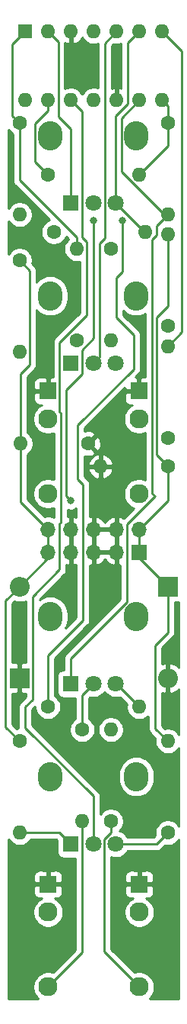
<source format=gbr>
G04 #@! TF.GenerationSoftware,KiCad,Pcbnew,5.1.7-1.fc31*
G04 #@! TF.CreationDate,2021-04-18T18:46:58-04:00*
G04 #@! TF.ProjectId,offsetAttenuverter,6f666673-6574-4417-9474-656e75766572,rev?*
G04 #@! TF.SameCoordinates,Original*
G04 #@! TF.FileFunction,Copper,L1,Top*
G04 #@! TF.FilePolarity,Positive*
%FSLAX46Y46*%
G04 Gerber Fmt 4.6, Leading zero omitted, Abs format (unit mm)*
G04 Created by KiCad (PCBNEW 5.1.7-1.fc31) date 2021-04-18 18:46:58*
%MOMM*%
%LPD*%
G01*
G04 APERTURE LIST*
G04 #@! TA.AperFunction,ComponentPad*
%ADD10C,2.130000*%
G04 #@! TD*
G04 #@! TA.AperFunction,ComponentPad*
%ADD11R,1.930000X1.830000*%
G04 #@! TD*
G04 #@! TA.AperFunction,ComponentPad*
%ADD12O,1.600000X1.600000*%
G04 #@! TD*
G04 #@! TA.AperFunction,ComponentPad*
%ADD13R,1.600000X1.600000*%
G04 #@! TD*
G04 #@! TA.AperFunction,ComponentPad*
%ADD14O,2.720000X3.240000*%
G04 #@! TD*
G04 #@! TA.AperFunction,ComponentPad*
%ADD15C,1.800000*%
G04 #@! TD*
G04 #@! TA.AperFunction,ComponentPad*
%ADD16R,1.800000X1.800000*%
G04 #@! TD*
G04 #@! TA.AperFunction,ComponentPad*
%ADD17C,1.600000*%
G04 #@! TD*
G04 #@! TA.AperFunction,ComponentPad*
%ADD18O,2.200000X2.200000*%
G04 #@! TD*
G04 #@! TA.AperFunction,ComponentPad*
%ADD19R,2.200000X2.200000*%
G04 #@! TD*
G04 #@! TA.AperFunction,ComponentPad*
%ADD20R,1.700000X1.700000*%
G04 #@! TD*
G04 #@! TA.AperFunction,ComponentPad*
%ADD21O,1.700000X1.700000*%
G04 #@! TD*
G04 #@! TA.AperFunction,ViaPad*
%ADD22C,0.800000*%
G04 #@! TD*
G04 #@! TA.AperFunction,Conductor*
%ADD23C,0.250000*%
G04 #@! TD*
G04 #@! TA.AperFunction,Conductor*
%ADD24C,0.254000*%
G04 #@! TD*
G04 #@! TA.AperFunction,Conductor*
%ADD25C,0.100000*%
G04 #@! TD*
G04 APERTURE END LIST*
D10*
G04 #@! TO.P,J2,T*
G04 #@! TO.N,Net-(J2-PadT)*
X40640000Y-150465000D03*
D11*
G04 #@! TO.P,J2,S*
G04 #@! TO.N,GND*
X40640000Y-139065000D03*
D10*
G04 #@! TO.P,J2,TN*
G04 #@! TO.N,N/C*
X40640000Y-142165000D03*
G04 #@! TD*
D12*
G04 #@! TO.P,U1,14*
G04 #@! TO.N,Net-(R12-Pad1)*
X27940000Y-52070000D03*
G04 #@! TO.P,U1,7*
G04 #@! TO.N,Net-(R11-Pad1)*
X43180000Y-44450000D03*
G04 #@! TO.P,U1,13*
G04 #@! TO.N,Net-(ATTN2-Pad3)*
X30480000Y-52070000D03*
G04 #@! TO.P,U1,6*
G04 #@! TO.N,Net-(ATTN1-Pad3)*
X40640000Y-44450000D03*
G04 #@! TO.P,U1,12*
G04 #@! TO.N,Net-(OFFSET2-Pad2)*
X33020000Y-52070000D03*
G04 #@! TO.P,U1,5*
G04 #@! TO.N,Net-(OFFSET1-Pad2)*
X38100000Y-44450000D03*
G04 #@! TO.P,U1,11*
G04 #@! TO.N,-12V*
X35560000Y-52070000D03*
G04 #@! TO.P,U1,4*
G04 #@! TO.N,+12V*
X35560000Y-44450000D03*
G04 #@! TO.P,U1,10*
G04 #@! TO.N,GND*
X38100000Y-52070000D03*
G04 #@! TO.P,U1,3*
X33020000Y-44450000D03*
G04 #@! TO.P,U1,9*
G04 #@! TO.N,Net-(ATTN2-Pad1)*
X40640000Y-52070000D03*
G04 #@! TO.P,U1,2*
G04 #@! TO.N,Net-(ATTN1-Pad1)*
X30480000Y-44450000D03*
G04 #@! TO.P,U1,8*
G04 #@! TO.N,Net-(R3-Pad1)*
X43180000Y-52070000D03*
D13*
G04 #@! TO.P,U1,1*
G04 #@! TO.N,Net-(R4-Pad1)*
X27940000Y-44450000D03*
G04 #@! TD*
D14*
G04 #@! TO.P,OFFSET1,*
G04 #@! TO.N,*
X30720000Y-73780000D03*
X40320000Y-73780000D03*
D15*
G04 #@! TO.P,OFFSET1,3*
G04 #@! TO.N,Net-(OFFSET1-Pad3)*
X38020000Y-81280000D03*
G04 #@! TO.P,OFFSET1,2*
G04 #@! TO.N,Net-(OFFSET1-Pad2)*
X35520000Y-81280000D03*
D16*
G04 #@! TO.P,OFFSET1,1*
G04 #@! TO.N,Net-(OFFSET1-Pad1)*
X33020000Y-81280000D03*
G04 #@! TD*
D12*
G04 #@! TO.P,R14,2*
G04 #@! TO.N,Net-(R12-Pad1)*
X37465000Y-121920000D03*
D17*
G04 #@! TO.P,R14,1*
G04 #@! TO.N,Net-(J2-PadT)*
X37465000Y-132080000D03*
G04 #@! TD*
D12*
G04 #@! TO.P,R13,2*
G04 #@! TO.N,Net-(R11-Pad1)*
X43815000Y-79375000D03*
D17*
G04 #@! TO.P,R13,1*
G04 #@! TO.N,Net-(OUT1-PadT)*
X43815000Y-89535000D03*
G04 #@! TD*
D12*
G04 #@! TO.P,R12,2*
G04 #@! TO.N,Net-(ATTN2-Pad3)*
X40640000Y-119380000D03*
D17*
G04 #@! TO.P,R12,1*
G04 #@! TO.N,Net-(R12-Pad1)*
X30480000Y-119380000D03*
G04 #@! TD*
D12*
G04 #@! TO.P,R11,2*
G04 #@! TO.N,Net-(ATTN1-Pad3)*
X41275000Y-66675000D03*
D17*
G04 #@! TO.P,R11,1*
G04 #@! TO.N,Net-(R11-Pad1)*
X31115000Y-66675000D03*
G04 #@! TD*
D12*
G04 #@! TO.P,R10,2*
G04 #@! TO.N,Net-(OFFSET2-Pad1)*
X27305000Y-133350000D03*
D17*
G04 #@! TO.P,R10,1*
G04 #@! TO.N,-12V*
X27305000Y-123190000D03*
G04 #@! TD*
D12*
G04 #@! TO.P,R9,2*
G04 #@! TO.N,Net-(OFFSET1-Pad1)*
X27305000Y-80010000D03*
D17*
G04 #@! TO.P,R9,1*
G04 #@! TO.N,-12V*
X27305000Y-69850000D03*
G04 #@! TD*
D12*
G04 #@! TO.P,R8,2*
G04 #@! TO.N,+12V*
X43815000Y-123190000D03*
D17*
G04 #@! TO.P,R8,1*
G04 #@! TO.N,Net-(OFFSET2-Pad3)*
X43815000Y-133350000D03*
G04 #@! TD*
D12*
G04 #@! TO.P,R7,2*
G04 #@! TO.N,+12V*
X43832847Y-66951372D03*
D17*
G04 #@! TO.P,R7,1*
G04 #@! TO.N,Net-(OFFSET1-Pad3)*
X43832847Y-77111372D03*
G04 #@! TD*
D12*
G04 #@! TO.P,R6,2*
G04 #@! TO.N,Net-(R3-Pad1)*
X40640000Y-60325000D03*
D17*
G04 #@! TO.P,R6,1*
G04 #@! TO.N,Net-(ATTN2-Pad3)*
X30480000Y-60325000D03*
G04 #@! TD*
D12*
G04 #@! TO.P,R5,2*
G04 #@! TO.N,Net-(R4-Pad1)*
X33655000Y-68580000D03*
D17*
G04 #@! TO.P,R5,1*
G04 #@! TO.N,Net-(ATTN1-Pad3)*
X33655000Y-78740000D03*
G04 #@! TD*
D12*
G04 #@! TO.P,R4,2*
G04 #@! TO.N,Net-(ATTN1-Pad1)*
X27305000Y-64770000D03*
D17*
G04 #@! TO.P,R4,1*
G04 #@! TO.N,Net-(R4-Pad1)*
X27305000Y-54610000D03*
G04 #@! TD*
D12*
G04 #@! TO.P,R3,2*
G04 #@! TO.N,Net-(ATTN2-Pad1)*
X43815000Y-64770000D03*
D17*
G04 #@! TO.P,R3,1*
G04 #@! TO.N,Net-(R3-Pad1)*
X43815000Y-54610000D03*
G04 #@! TD*
D12*
G04 #@! TO.P,R2,2*
G04 #@! TO.N,Net-(IN2-PadT)*
X34290000Y-132080000D03*
D17*
G04 #@! TO.P,R2,1*
G04 #@! TO.N,Net-(ATTN2-Pad2)*
X34290000Y-121920000D03*
G04 #@! TD*
D12*
G04 #@! TO.P,R1,2*
G04 #@! TO.N,Net-(IN1-PadT)*
X37465000Y-78740000D03*
D17*
G04 #@! TO.P,R1,1*
G04 #@! TO.N,Net-(ATTN1-Pad2)*
X37465000Y-68580000D03*
G04 #@! TD*
D10*
G04 #@! TO.P,OUT1,T*
G04 #@! TO.N,Net-(OUT1-PadT)*
X40601556Y-95736448D03*
D11*
G04 #@! TO.P,OUT1,S*
G04 #@! TO.N,GND*
X40601556Y-84336448D03*
D10*
G04 #@! TO.P,OUT1,TN*
G04 #@! TO.N,N/C*
X40601556Y-87436448D03*
G04 #@! TD*
D14*
G04 #@! TO.P,OFFSET2,*
G04 #@! TO.N,*
X30720000Y-127120000D03*
X40320000Y-127120000D03*
D15*
G04 #@! TO.P,OFFSET2,3*
G04 #@! TO.N,Net-(OFFSET2-Pad3)*
X38020000Y-134620000D03*
G04 #@! TO.P,OFFSET2,2*
G04 #@! TO.N,Net-(OFFSET2-Pad2)*
X35520000Y-134620000D03*
D16*
G04 #@! TO.P,OFFSET2,1*
G04 #@! TO.N,Net-(OFFSET2-Pad1)*
X33020000Y-134620000D03*
G04 #@! TD*
D10*
G04 #@! TO.P,IN2,T*
G04 #@! TO.N,Net-(IN2-PadT)*
X30480000Y-150465000D03*
D11*
G04 #@! TO.P,IN2,S*
G04 #@! TO.N,GND*
X30480000Y-139065000D03*
D10*
G04 #@! TO.P,IN2,TN*
G04 #@! TO.N,N/C*
X30480000Y-142165000D03*
G04 #@! TD*
G04 #@! TO.P,IN1,T*
G04 #@! TO.N,Net-(IN1-PadT)*
X30482520Y-95739119D03*
D11*
G04 #@! TO.P,IN1,S*
G04 #@! TO.N,GND*
X30482520Y-84339119D03*
D10*
G04 #@! TO.P,IN1,TN*
G04 #@! TO.N,N/C*
X30482520Y-87439119D03*
G04 #@! TD*
D18*
G04 #@! TO.P,D2,2*
G04 #@! TO.N,-12V*
X27305000Y-106045000D03*
D19*
G04 #@! TO.P,D2,1*
G04 #@! TO.N,GND*
X27305000Y-116205000D03*
G04 #@! TD*
D18*
G04 #@! TO.P,D1,2*
G04 #@! TO.N,GND*
X43815000Y-116205000D03*
D19*
G04 #@! TO.P,D1,1*
G04 #@! TO.N,+12V*
X43815000Y-106045000D03*
G04 #@! TD*
D12*
G04 #@! TO.P,C2,2*
G04 #@! TO.N,-12V*
X27425000Y-90170000D03*
D17*
G04 #@! TO.P,C2,1*
G04 #@! TO.N,GND*
X34925000Y-90170000D03*
G04 #@! TD*
D12*
G04 #@! TO.P,C1,2*
G04 #@! TO.N,GND*
X36315000Y-92710000D03*
D17*
G04 #@! TO.P,C1,1*
G04 #@! TO.N,+12V*
X43815000Y-92710000D03*
G04 #@! TD*
D14*
G04 #@! TO.P,ATTN2,*
G04 #@! TO.N,*
X30720000Y-109340000D03*
X40320000Y-109340000D03*
D15*
G04 #@! TO.P,ATTN2,3*
G04 #@! TO.N,Net-(ATTN2-Pad3)*
X38020000Y-116840000D03*
G04 #@! TO.P,ATTN2,2*
G04 #@! TO.N,Net-(ATTN2-Pad2)*
X35520000Y-116840000D03*
D16*
G04 #@! TO.P,ATTN2,1*
G04 #@! TO.N,Net-(ATTN2-Pad1)*
X33020000Y-116840000D03*
G04 #@! TD*
D14*
G04 #@! TO.P,ATTN1,*
G04 #@! TO.N,*
X30720000Y-56000000D03*
X40320000Y-56000000D03*
D15*
G04 #@! TO.P,ATTN1,3*
G04 #@! TO.N,Net-(ATTN1-Pad3)*
X38020000Y-63500000D03*
G04 #@! TO.P,ATTN1,2*
G04 #@! TO.N,Net-(ATTN1-Pad2)*
X35520000Y-63500000D03*
D16*
G04 #@! TO.P,ATTN1,1*
G04 #@! TO.N,Net-(ATTN1-Pad1)*
X33020000Y-63500000D03*
G04 #@! TD*
D20*
G04 #@! TO.P,J1,1*
G04 #@! TO.N,+12V*
X40640000Y-102235000D03*
D21*
G04 #@! TO.P,J1,2*
X40640000Y-99695000D03*
G04 #@! TO.P,J1,3*
G04 #@! TO.N,GND*
X38100000Y-102235000D03*
G04 #@! TO.P,J1,4*
X38100000Y-99695000D03*
G04 #@! TO.P,J1,5*
X35560000Y-102235000D03*
G04 #@! TO.P,J1,6*
X35560000Y-99695000D03*
G04 #@! TO.P,J1,7*
X33020000Y-102235000D03*
G04 #@! TO.P,J1,8*
X33020000Y-99695000D03*
G04 #@! TO.P,J1,9*
G04 #@! TO.N,-12V*
X30480000Y-102235000D03*
G04 #@! TO.P,J1,10*
X30480000Y-99695000D03*
G04 #@! TD*
D22*
G04 #@! TO.N,Net-(ATTN2-Pad3)*
X35560000Y-65405000D03*
X33020000Y-96520000D03*
G04 #@! TO.N,Net-(R12-Pad1)*
X38735000Y-65405000D03*
G04 #@! TD*
D23*
G04 #@! TO.N,Net-(ATTN1-Pad3)*
X38020000Y-53815002D02*
X39370000Y-52465002D01*
X38020000Y-63500000D02*
X38020000Y-53815002D01*
X39370000Y-52465002D02*
X39370000Y-45720000D01*
X40640000Y-44450000D02*
X39370000Y-45720000D01*
X41195000Y-66675000D02*
X41275000Y-66675000D01*
X38020000Y-63500000D02*
X41195000Y-66675000D01*
G04 #@! TO.N,Net-(ATTN1-Pad1)*
X31605001Y-53867942D02*
X33020000Y-55282941D01*
X31605001Y-45575001D02*
X31605001Y-53867942D01*
X33020000Y-55282941D02*
X33020000Y-63500000D01*
X30480000Y-44450000D02*
X31605001Y-45575001D01*
G04 #@! TO.N,Net-(ATTN2-Pad3)*
X38100000Y-116840000D02*
X38020000Y-116840000D01*
X40640000Y-119380000D02*
X38100000Y-116840000D01*
X29034990Y-58879990D02*
X30480000Y-60325000D01*
X29034990Y-54646380D02*
X29034990Y-58879990D01*
X30480000Y-53201370D02*
X29034990Y-54646380D01*
X30480000Y-52070000D02*
X30480000Y-53201370D01*
X32455999Y-84229003D02*
X32455999Y-95955999D01*
X34245001Y-79815001D02*
X34245001Y-82440001D01*
X35560000Y-65405000D02*
X35560000Y-78500002D01*
X34245001Y-82440001D02*
X32455999Y-84229003D01*
X35560000Y-78500002D02*
X34245001Y-79815001D01*
X32455999Y-95955999D02*
X33020000Y-96520000D01*
X33020000Y-96520000D02*
X33020000Y-96520000D01*
G04 #@! TO.N,Net-(ATTN2-Pad2)*
X34290000Y-118070000D02*
X35520000Y-116840000D01*
X34290000Y-121920000D02*
X34290000Y-118070000D01*
G04 #@! TO.N,Net-(ATTN2-Pad1)*
X43419998Y-64770000D02*
X43815000Y-64770000D01*
X38634990Y-59984992D02*
X43419998Y-64770000D01*
X38634990Y-55042047D02*
X38634990Y-59984992D01*
X38634990Y-54075010D02*
X38634990Y-55042047D01*
X40640000Y-52070000D02*
X38634990Y-54075010D01*
X33020000Y-113997037D02*
X33020000Y-116840000D01*
X42400001Y-96005999D02*
X39275001Y-99130999D01*
X39275001Y-99130999D02*
X39275001Y-107742036D01*
X39275001Y-107742036D02*
X33020000Y-113997037D01*
X42094991Y-67520011D02*
X42545000Y-67070002D01*
X42545000Y-67070002D02*
X42545000Y-66040000D01*
X42400001Y-96005999D02*
X42094991Y-95700989D01*
X43815000Y-64770000D02*
X42545000Y-66040000D01*
X42094991Y-95700989D02*
X42094991Y-67520011D01*
G04 #@! TO.N,+12V*
X40640000Y-99695000D02*
X40640000Y-102235000D01*
X43815000Y-96520000D02*
X43815000Y-92710000D01*
X40640000Y-99695000D02*
X43815000Y-96520000D01*
X40640000Y-102870000D02*
X43815000Y-106045000D01*
X40640000Y-102235000D02*
X40640000Y-102870000D01*
X43815000Y-106045000D02*
X43815000Y-111125000D01*
X42389999Y-121764999D02*
X43815000Y-123190000D01*
X42389999Y-112550001D02*
X42389999Y-121764999D01*
X43815000Y-111125000D02*
X42389999Y-112550001D01*
X43832847Y-66951372D02*
X43832847Y-74912153D01*
X43832847Y-74912153D02*
X42545000Y-76200000D01*
X42545000Y-91440000D02*
X43815000Y-92710000D01*
X42545000Y-76200000D02*
X42545000Y-91440000D01*
G04 #@! TO.N,-12V*
X30480000Y-102870000D02*
X30480000Y-102235000D01*
X27305000Y-106045000D02*
X30480000Y-102870000D01*
X30480000Y-102235000D02*
X30480000Y-99695000D01*
X27425000Y-96640000D02*
X30480000Y-99695000D01*
X27425000Y-90170000D02*
X27425000Y-96640000D01*
X27425000Y-90170000D02*
X27425000Y-82430000D01*
X28430001Y-70975001D02*
X27305000Y-69850000D01*
X28430001Y-81424999D02*
X28430001Y-70975001D01*
X27425000Y-82430000D02*
X28430001Y-81424999D01*
X25750010Y-107599990D02*
X27305000Y-106045000D01*
X25750010Y-121635010D02*
X25750010Y-107599990D01*
X27305000Y-123190000D02*
X25750010Y-121635010D01*
G04 #@! TO.N,Net-(IN2-PadT)*
X34290000Y-146655000D02*
X30480000Y-150465000D01*
X34290000Y-132080000D02*
X34290000Y-146655000D01*
G04 #@! TO.N,Net-(J2-PadT)*
X36745001Y-134069999D02*
X36745001Y-146570001D01*
X37465000Y-133350000D02*
X36745001Y-134069999D01*
X36745001Y-146570001D02*
X40640000Y-150465000D01*
X37465000Y-132080000D02*
X37465000Y-133350000D01*
G04 #@! TO.N,Net-(OFFSET2-Pad3)*
X42545000Y-134620000D02*
X43815000Y-133350000D01*
X38020000Y-134620000D02*
X42545000Y-134620000D01*
G04 #@! TO.N,Net-(OFFSET2-Pad2)*
X34780001Y-75949997D02*
X31772521Y-78957477D01*
X34780001Y-67800001D02*
X34780001Y-75949997D01*
X31872521Y-98937479D02*
X31750000Y-99060000D01*
X33020000Y-52070000D02*
X34245001Y-53295001D01*
X34245001Y-67265001D02*
X34780001Y-67800001D01*
X34245001Y-53295001D02*
X34245001Y-67265001D01*
X31772521Y-78957477D02*
X31772521Y-86671918D01*
X31772521Y-86671918D02*
X31872521Y-86771918D01*
X31872521Y-86771918D02*
X31872521Y-98937479D01*
X35415001Y-134515001D02*
X35520000Y-134620000D01*
X35520000Y-129277037D02*
X27940000Y-121697037D01*
X35520000Y-134620000D02*
X35520000Y-129277037D01*
X28730001Y-107159999D02*
X31750000Y-104140000D01*
X27940000Y-119380000D02*
X28730001Y-118589999D01*
X28730001Y-118589999D02*
X28730001Y-107159999D01*
X27940000Y-121697037D02*
X27940000Y-119380000D01*
X31750000Y-99060000D02*
X31750000Y-104140000D01*
G04 #@! TO.N,Net-(OFFSET2-Pad1)*
X31750000Y-133350000D02*
X33020000Y-134620000D01*
X27305000Y-133350000D02*
X31750000Y-133350000D01*
G04 #@! TO.N,Net-(R3-Pad1)*
X43815000Y-52705000D02*
X43180000Y-52070000D01*
X43815000Y-54610000D02*
X43815000Y-52705000D01*
X43815000Y-57150000D02*
X40640000Y-60325000D01*
X43815000Y-54610000D02*
X43815000Y-57150000D01*
G04 #@! TO.N,Net-(R4-Pad1)*
X26505001Y-53810001D02*
X26505001Y-45884999D01*
X26505001Y-45884999D02*
X27940000Y-44450000D01*
X27305000Y-54610000D02*
X26505001Y-53810001D01*
X33655000Y-67311410D02*
X33655000Y-68580000D01*
X27305000Y-60961410D02*
X33655000Y-67311410D01*
X27305000Y-54610000D02*
X27305000Y-60961410D01*
G04 #@! TO.N,Net-(R11-Pad1)*
X43180000Y-44450000D02*
X45369990Y-46639990D01*
X45369990Y-77820010D02*
X43815000Y-79375000D01*
X45369990Y-46639990D02*
X45369990Y-77820010D01*
G04 #@! TO.N,Net-(R12-Pad1)*
X30480000Y-119380000D02*
X30480000Y-113665000D01*
X34384999Y-109760001D02*
X34384999Y-94709999D01*
X30480000Y-113665000D02*
X34384999Y-109760001D01*
X33799999Y-94124999D02*
X33799999Y-88120001D01*
X34384999Y-94709999D02*
X33799999Y-94124999D01*
X33799999Y-88120001D02*
X40005000Y-81915000D01*
X40005000Y-81915000D02*
X40005000Y-78105000D01*
X40005000Y-78105000D02*
X38634990Y-76734990D01*
X38634990Y-76734990D02*
X38100000Y-76200000D01*
X38100000Y-76200000D02*
X38100000Y-71755000D01*
X38100000Y-71755000D02*
X38735000Y-71120000D01*
X38735000Y-71120000D02*
X38735000Y-65405000D01*
X38735000Y-65405000D02*
X38735000Y-65405000D01*
G04 #@! TO.N,Net-(OFFSET1-Pad2)*
X36195000Y-80605000D02*
X35520000Y-81280000D01*
X36195000Y-67945000D02*
X36195000Y-80605000D01*
X36794999Y-67345001D02*
X36195000Y-67945000D01*
X38100000Y-44450000D02*
X36794999Y-45755001D01*
X36794999Y-45755001D02*
X36794999Y-67345001D01*
G04 #@! TD*
D24*
G04 #@! TO.N,GND*
X26190363Y-134264759D02*
X26390241Y-134464637D01*
X26625273Y-134621680D01*
X26886426Y-134729853D01*
X27163665Y-134785000D01*
X27446335Y-134785000D01*
X27723574Y-134729853D01*
X27984727Y-134621680D01*
X28219759Y-134464637D01*
X28419637Y-134264759D01*
X28523043Y-134110000D01*
X31435199Y-134110000D01*
X31481928Y-134156729D01*
X31481928Y-135520000D01*
X31494188Y-135644482D01*
X31530498Y-135764180D01*
X31589463Y-135874494D01*
X31668815Y-135971185D01*
X31765506Y-136050537D01*
X31875820Y-136109502D01*
X31995518Y-136145812D01*
X32120000Y-136158072D01*
X33530000Y-136158072D01*
X33530001Y-146340197D01*
X31021125Y-148849074D01*
X30975872Y-148830330D01*
X30647435Y-148765000D01*
X30312565Y-148765000D01*
X29984128Y-148830330D01*
X29674748Y-148958479D01*
X29396313Y-149144523D01*
X29159523Y-149381313D01*
X28973479Y-149659748D01*
X28845330Y-149969128D01*
X28780000Y-150297565D01*
X28780000Y-150632435D01*
X28845330Y-150960872D01*
X28973479Y-151270252D01*
X29159523Y-151548687D01*
X29350836Y-151740000D01*
X26060000Y-151740000D01*
X26060000Y-141997565D01*
X28780000Y-141997565D01*
X28780000Y-142332435D01*
X28845330Y-142660872D01*
X28973479Y-142970252D01*
X29159523Y-143248687D01*
X29396313Y-143485477D01*
X29674748Y-143671521D01*
X29984128Y-143799670D01*
X30312565Y-143865000D01*
X30647435Y-143865000D01*
X30975872Y-143799670D01*
X31285252Y-143671521D01*
X31563687Y-143485477D01*
X31800477Y-143248687D01*
X31986521Y-142970252D01*
X32114670Y-142660872D01*
X32180000Y-142332435D01*
X32180000Y-141997565D01*
X32114670Y-141669128D01*
X31986521Y-141359748D01*
X31800477Y-141081313D01*
X31563687Y-140844523D01*
X31285252Y-140658479D01*
X31184860Y-140616895D01*
X31445000Y-140618072D01*
X31569482Y-140605812D01*
X31689180Y-140569502D01*
X31799494Y-140510537D01*
X31896185Y-140431185D01*
X31975537Y-140334494D01*
X32034502Y-140224180D01*
X32070812Y-140104482D01*
X32083072Y-139980000D01*
X32080000Y-139350750D01*
X31921250Y-139192000D01*
X30607000Y-139192000D01*
X30607000Y-139212000D01*
X30353000Y-139212000D01*
X30353000Y-139192000D01*
X29038750Y-139192000D01*
X28880000Y-139350750D01*
X28876928Y-139980000D01*
X28889188Y-140104482D01*
X28925498Y-140224180D01*
X28984463Y-140334494D01*
X29063815Y-140431185D01*
X29160506Y-140510537D01*
X29270820Y-140569502D01*
X29390518Y-140605812D01*
X29515000Y-140618072D01*
X29775140Y-140616895D01*
X29674748Y-140658479D01*
X29396313Y-140844523D01*
X29159523Y-141081313D01*
X28973479Y-141359748D01*
X28845330Y-141669128D01*
X28780000Y-141997565D01*
X26060000Y-141997565D01*
X26060000Y-138150000D01*
X28876928Y-138150000D01*
X28880000Y-138779250D01*
X29038750Y-138938000D01*
X30353000Y-138938000D01*
X30353000Y-137673750D01*
X30607000Y-137673750D01*
X30607000Y-138938000D01*
X31921250Y-138938000D01*
X32080000Y-138779250D01*
X32083072Y-138150000D01*
X32070812Y-138025518D01*
X32034502Y-137905820D01*
X31975537Y-137795506D01*
X31896185Y-137698815D01*
X31799494Y-137619463D01*
X31689180Y-137560498D01*
X31569482Y-137524188D01*
X31445000Y-137511928D01*
X30765750Y-137515000D01*
X30607000Y-137673750D01*
X30353000Y-137673750D01*
X30194250Y-137515000D01*
X29515000Y-137511928D01*
X29390518Y-137524188D01*
X29270820Y-137560498D01*
X29160506Y-137619463D01*
X29063815Y-137698815D01*
X28984463Y-137795506D01*
X28925498Y-137905820D01*
X28889188Y-138025518D01*
X28876928Y-138150000D01*
X26060000Y-138150000D01*
X26060000Y-134069657D01*
X26190363Y-134264759D01*
G04 #@! TA.AperFunction,Conductor*
D25*
G36*
X26190363Y-134264759D02*
G01*
X26390241Y-134464637D01*
X26625273Y-134621680D01*
X26886426Y-134729853D01*
X27163665Y-134785000D01*
X27446335Y-134785000D01*
X27723574Y-134729853D01*
X27984727Y-134621680D01*
X28219759Y-134464637D01*
X28419637Y-134264759D01*
X28523043Y-134110000D01*
X31435199Y-134110000D01*
X31481928Y-134156729D01*
X31481928Y-135520000D01*
X31494188Y-135644482D01*
X31530498Y-135764180D01*
X31589463Y-135874494D01*
X31668815Y-135971185D01*
X31765506Y-136050537D01*
X31875820Y-136109502D01*
X31995518Y-136145812D01*
X32120000Y-136158072D01*
X33530000Y-136158072D01*
X33530001Y-146340197D01*
X31021125Y-148849074D01*
X30975872Y-148830330D01*
X30647435Y-148765000D01*
X30312565Y-148765000D01*
X29984128Y-148830330D01*
X29674748Y-148958479D01*
X29396313Y-149144523D01*
X29159523Y-149381313D01*
X28973479Y-149659748D01*
X28845330Y-149969128D01*
X28780000Y-150297565D01*
X28780000Y-150632435D01*
X28845330Y-150960872D01*
X28973479Y-151270252D01*
X29159523Y-151548687D01*
X29350836Y-151740000D01*
X26060000Y-151740000D01*
X26060000Y-141997565D01*
X28780000Y-141997565D01*
X28780000Y-142332435D01*
X28845330Y-142660872D01*
X28973479Y-142970252D01*
X29159523Y-143248687D01*
X29396313Y-143485477D01*
X29674748Y-143671521D01*
X29984128Y-143799670D01*
X30312565Y-143865000D01*
X30647435Y-143865000D01*
X30975872Y-143799670D01*
X31285252Y-143671521D01*
X31563687Y-143485477D01*
X31800477Y-143248687D01*
X31986521Y-142970252D01*
X32114670Y-142660872D01*
X32180000Y-142332435D01*
X32180000Y-141997565D01*
X32114670Y-141669128D01*
X31986521Y-141359748D01*
X31800477Y-141081313D01*
X31563687Y-140844523D01*
X31285252Y-140658479D01*
X31184860Y-140616895D01*
X31445000Y-140618072D01*
X31569482Y-140605812D01*
X31689180Y-140569502D01*
X31799494Y-140510537D01*
X31896185Y-140431185D01*
X31975537Y-140334494D01*
X32034502Y-140224180D01*
X32070812Y-140104482D01*
X32083072Y-139980000D01*
X32080000Y-139350750D01*
X31921250Y-139192000D01*
X30607000Y-139192000D01*
X30607000Y-139212000D01*
X30353000Y-139212000D01*
X30353000Y-139192000D01*
X29038750Y-139192000D01*
X28880000Y-139350750D01*
X28876928Y-139980000D01*
X28889188Y-140104482D01*
X28925498Y-140224180D01*
X28984463Y-140334494D01*
X29063815Y-140431185D01*
X29160506Y-140510537D01*
X29270820Y-140569502D01*
X29390518Y-140605812D01*
X29515000Y-140618072D01*
X29775140Y-140616895D01*
X29674748Y-140658479D01*
X29396313Y-140844523D01*
X29159523Y-141081313D01*
X28973479Y-141359748D01*
X28845330Y-141669128D01*
X28780000Y-141997565D01*
X26060000Y-141997565D01*
X26060000Y-138150000D01*
X28876928Y-138150000D01*
X28880000Y-138779250D01*
X29038750Y-138938000D01*
X30353000Y-138938000D01*
X30353000Y-137673750D01*
X30607000Y-137673750D01*
X30607000Y-138938000D01*
X31921250Y-138938000D01*
X32080000Y-138779250D01*
X32083072Y-138150000D01*
X32070812Y-138025518D01*
X32034502Y-137905820D01*
X31975537Y-137795506D01*
X31896185Y-137698815D01*
X31799494Y-137619463D01*
X31689180Y-137560498D01*
X31569482Y-137524188D01*
X31445000Y-137511928D01*
X30765750Y-137515000D01*
X30607000Y-137673750D01*
X30353000Y-137673750D01*
X30194250Y-137515000D01*
X29515000Y-137511928D01*
X29390518Y-137524188D01*
X29270820Y-137560498D01*
X29160506Y-137619463D01*
X29063815Y-137698815D01*
X28984463Y-137795506D01*
X28925498Y-137905820D01*
X28889188Y-138025518D01*
X28876928Y-138150000D01*
X26060000Y-138150000D01*
X26060000Y-134069657D01*
X26190363Y-134264759D01*
G37*
G04 #@! TD.AperFunction*
D24*
X45060000Y-151740000D02*
X41769164Y-151740000D01*
X41960477Y-151548687D01*
X42146521Y-151270252D01*
X42274670Y-150960872D01*
X42340000Y-150632435D01*
X42340000Y-150297565D01*
X42274670Y-149969128D01*
X42146521Y-149659748D01*
X41960477Y-149381313D01*
X41723687Y-149144523D01*
X41445252Y-148958479D01*
X41135872Y-148830330D01*
X40807435Y-148765000D01*
X40472565Y-148765000D01*
X40144128Y-148830330D01*
X40098876Y-148849074D01*
X37505001Y-146255200D01*
X37505001Y-141997565D01*
X38940000Y-141997565D01*
X38940000Y-142332435D01*
X39005330Y-142660872D01*
X39133479Y-142970252D01*
X39319523Y-143248687D01*
X39556313Y-143485477D01*
X39834748Y-143671521D01*
X40144128Y-143799670D01*
X40472565Y-143865000D01*
X40807435Y-143865000D01*
X41135872Y-143799670D01*
X41445252Y-143671521D01*
X41723687Y-143485477D01*
X41960477Y-143248687D01*
X42146521Y-142970252D01*
X42274670Y-142660872D01*
X42340000Y-142332435D01*
X42340000Y-141997565D01*
X42274670Y-141669128D01*
X42146521Y-141359748D01*
X41960477Y-141081313D01*
X41723687Y-140844523D01*
X41445252Y-140658479D01*
X41344860Y-140616895D01*
X41605000Y-140618072D01*
X41729482Y-140605812D01*
X41849180Y-140569502D01*
X41959494Y-140510537D01*
X42056185Y-140431185D01*
X42135537Y-140334494D01*
X42194502Y-140224180D01*
X42230812Y-140104482D01*
X42243072Y-139980000D01*
X42240000Y-139350750D01*
X42081250Y-139192000D01*
X40767000Y-139192000D01*
X40767000Y-139212000D01*
X40513000Y-139212000D01*
X40513000Y-139192000D01*
X39198750Y-139192000D01*
X39040000Y-139350750D01*
X39036928Y-139980000D01*
X39049188Y-140104482D01*
X39085498Y-140224180D01*
X39144463Y-140334494D01*
X39223815Y-140431185D01*
X39320506Y-140510537D01*
X39430820Y-140569502D01*
X39550518Y-140605812D01*
X39675000Y-140618072D01*
X39935140Y-140616895D01*
X39834748Y-140658479D01*
X39556313Y-140844523D01*
X39319523Y-141081313D01*
X39133479Y-141359748D01*
X39005330Y-141669128D01*
X38940000Y-141997565D01*
X37505001Y-141997565D01*
X37505001Y-138150000D01*
X39036928Y-138150000D01*
X39040000Y-138779250D01*
X39198750Y-138938000D01*
X40513000Y-138938000D01*
X40513000Y-137673750D01*
X40767000Y-137673750D01*
X40767000Y-138938000D01*
X42081250Y-138938000D01*
X42240000Y-138779250D01*
X42243072Y-138150000D01*
X42230812Y-138025518D01*
X42194502Y-137905820D01*
X42135537Y-137795506D01*
X42056185Y-137698815D01*
X41959494Y-137619463D01*
X41849180Y-137560498D01*
X41729482Y-137524188D01*
X41605000Y-137511928D01*
X40925750Y-137515000D01*
X40767000Y-137673750D01*
X40513000Y-137673750D01*
X40354250Y-137515000D01*
X39675000Y-137511928D01*
X39550518Y-137524188D01*
X39430820Y-137560498D01*
X39320506Y-137619463D01*
X39223815Y-137698815D01*
X39144463Y-137795506D01*
X39085498Y-137905820D01*
X39049188Y-138025518D01*
X39036928Y-138150000D01*
X37505001Y-138150000D01*
X37505001Y-136068153D01*
X37572257Y-136096011D01*
X37868816Y-136155000D01*
X38171184Y-136155000D01*
X38467743Y-136096011D01*
X38747095Y-135980299D01*
X38998505Y-135812312D01*
X39212312Y-135598505D01*
X39358313Y-135380000D01*
X42507678Y-135380000D01*
X42545000Y-135383676D01*
X42582322Y-135380000D01*
X42582333Y-135380000D01*
X42693986Y-135369003D01*
X42837247Y-135325546D01*
X42969276Y-135254974D01*
X43085001Y-135160001D01*
X43108804Y-135130997D01*
X43491114Y-134748688D01*
X43673665Y-134785000D01*
X43956335Y-134785000D01*
X44233574Y-134729853D01*
X44494727Y-134621680D01*
X44729759Y-134464637D01*
X44929637Y-134264759D01*
X45060000Y-134069656D01*
X45060000Y-151740000D01*
G04 #@! TA.AperFunction,Conductor*
D25*
G36*
X45060000Y-151740000D02*
G01*
X41769164Y-151740000D01*
X41960477Y-151548687D01*
X42146521Y-151270252D01*
X42274670Y-150960872D01*
X42340000Y-150632435D01*
X42340000Y-150297565D01*
X42274670Y-149969128D01*
X42146521Y-149659748D01*
X41960477Y-149381313D01*
X41723687Y-149144523D01*
X41445252Y-148958479D01*
X41135872Y-148830330D01*
X40807435Y-148765000D01*
X40472565Y-148765000D01*
X40144128Y-148830330D01*
X40098876Y-148849074D01*
X37505001Y-146255200D01*
X37505001Y-141997565D01*
X38940000Y-141997565D01*
X38940000Y-142332435D01*
X39005330Y-142660872D01*
X39133479Y-142970252D01*
X39319523Y-143248687D01*
X39556313Y-143485477D01*
X39834748Y-143671521D01*
X40144128Y-143799670D01*
X40472565Y-143865000D01*
X40807435Y-143865000D01*
X41135872Y-143799670D01*
X41445252Y-143671521D01*
X41723687Y-143485477D01*
X41960477Y-143248687D01*
X42146521Y-142970252D01*
X42274670Y-142660872D01*
X42340000Y-142332435D01*
X42340000Y-141997565D01*
X42274670Y-141669128D01*
X42146521Y-141359748D01*
X41960477Y-141081313D01*
X41723687Y-140844523D01*
X41445252Y-140658479D01*
X41344860Y-140616895D01*
X41605000Y-140618072D01*
X41729482Y-140605812D01*
X41849180Y-140569502D01*
X41959494Y-140510537D01*
X42056185Y-140431185D01*
X42135537Y-140334494D01*
X42194502Y-140224180D01*
X42230812Y-140104482D01*
X42243072Y-139980000D01*
X42240000Y-139350750D01*
X42081250Y-139192000D01*
X40767000Y-139192000D01*
X40767000Y-139212000D01*
X40513000Y-139212000D01*
X40513000Y-139192000D01*
X39198750Y-139192000D01*
X39040000Y-139350750D01*
X39036928Y-139980000D01*
X39049188Y-140104482D01*
X39085498Y-140224180D01*
X39144463Y-140334494D01*
X39223815Y-140431185D01*
X39320506Y-140510537D01*
X39430820Y-140569502D01*
X39550518Y-140605812D01*
X39675000Y-140618072D01*
X39935140Y-140616895D01*
X39834748Y-140658479D01*
X39556313Y-140844523D01*
X39319523Y-141081313D01*
X39133479Y-141359748D01*
X39005330Y-141669128D01*
X38940000Y-141997565D01*
X37505001Y-141997565D01*
X37505001Y-138150000D01*
X39036928Y-138150000D01*
X39040000Y-138779250D01*
X39198750Y-138938000D01*
X40513000Y-138938000D01*
X40513000Y-137673750D01*
X40767000Y-137673750D01*
X40767000Y-138938000D01*
X42081250Y-138938000D01*
X42240000Y-138779250D01*
X42243072Y-138150000D01*
X42230812Y-138025518D01*
X42194502Y-137905820D01*
X42135537Y-137795506D01*
X42056185Y-137698815D01*
X41959494Y-137619463D01*
X41849180Y-137560498D01*
X41729482Y-137524188D01*
X41605000Y-137511928D01*
X40925750Y-137515000D01*
X40767000Y-137673750D01*
X40513000Y-137673750D01*
X40354250Y-137515000D01*
X39675000Y-137511928D01*
X39550518Y-137524188D01*
X39430820Y-137560498D01*
X39320506Y-137619463D01*
X39223815Y-137698815D01*
X39144463Y-137795506D01*
X39085498Y-137905820D01*
X39049188Y-138025518D01*
X39036928Y-138150000D01*
X37505001Y-138150000D01*
X37505001Y-136068153D01*
X37572257Y-136096011D01*
X37868816Y-136155000D01*
X38171184Y-136155000D01*
X38467743Y-136096011D01*
X38747095Y-135980299D01*
X38998505Y-135812312D01*
X39212312Y-135598505D01*
X39358313Y-135380000D01*
X42507678Y-135380000D01*
X42545000Y-135383676D01*
X42582322Y-135380000D01*
X42582333Y-135380000D01*
X42693986Y-135369003D01*
X42837247Y-135325546D01*
X42969276Y-135254974D01*
X43085001Y-135160001D01*
X43108804Y-135130997D01*
X43491114Y-134748688D01*
X43673665Y-134785000D01*
X43956335Y-134785000D01*
X44233574Y-134729853D01*
X44494727Y-134621680D01*
X44729759Y-134464637D01*
X44929637Y-134264759D01*
X45060000Y-134069656D01*
X45060000Y-151740000D01*
G37*
G04 #@! TD.AperFunction*
D24*
X38902497Y-75457503D02*
X39206275Y-75706807D01*
X39552853Y-75892057D01*
X39928912Y-76006133D01*
X40320000Y-76044652D01*
X40711087Y-76006133D01*
X41087146Y-75892057D01*
X41334992Y-75759581D01*
X41334991Y-82784423D01*
X40887306Y-82786448D01*
X40728556Y-82945198D01*
X40728556Y-84209448D01*
X40748556Y-84209448D01*
X40748556Y-84463448D01*
X40728556Y-84463448D01*
X40728556Y-84483448D01*
X40474556Y-84483448D01*
X40474556Y-84463448D01*
X39160306Y-84463448D01*
X39001556Y-84622198D01*
X38998484Y-85251448D01*
X39010744Y-85375930D01*
X39047054Y-85495628D01*
X39106019Y-85605942D01*
X39185371Y-85702633D01*
X39282062Y-85781985D01*
X39392376Y-85840950D01*
X39512074Y-85877260D01*
X39636556Y-85889520D01*
X39896696Y-85888343D01*
X39796304Y-85929927D01*
X39517869Y-86115971D01*
X39281079Y-86352761D01*
X39095035Y-86631196D01*
X38966886Y-86940576D01*
X38901556Y-87269013D01*
X38901556Y-87603883D01*
X38966886Y-87932320D01*
X39095035Y-88241700D01*
X39281079Y-88520135D01*
X39517869Y-88756925D01*
X39796304Y-88942969D01*
X40105684Y-89071118D01*
X40434121Y-89136448D01*
X40768991Y-89136448D01*
X41097428Y-89071118D01*
X41334991Y-88972716D01*
X41334991Y-94200180D01*
X41097428Y-94101778D01*
X40768991Y-94036448D01*
X40434121Y-94036448D01*
X40105684Y-94101778D01*
X39796304Y-94229927D01*
X39517869Y-94415971D01*
X39281079Y-94652761D01*
X39095035Y-94931196D01*
X38966886Y-95240576D01*
X38901556Y-95569013D01*
X38901556Y-95903883D01*
X38966886Y-96232320D01*
X39095035Y-96541700D01*
X39281079Y-96820135D01*
X39517869Y-97056925D01*
X39796304Y-97242969D01*
X40002726Y-97328472D01*
X38890358Y-98440841D01*
X38866920Y-98423359D01*
X38604099Y-98298175D01*
X38456890Y-98253524D01*
X38227000Y-98374845D01*
X38227000Y-99568000D01*
X38247000Y-99568000D01*
X38247000Y-99822000D01*
X38227000Y-99822000D01*
X38227000Y-102108000D01*
X38247000Y-102108000D01*
X38247000Y-102362000D01*
X38227000Y-102362000D01*
X38227000Y-103555155D01*
X38456890Y-103676476D01*
X38515002Y-103658850D01*
X38515002Y-107427233D01*
X32509003Y-113433233D01*
X32479999Y-113457036D01*
X32431597Y-113516015D01*
X32385026Y-113572761D01*
X32355678Y-113627667D01*
X32314454Y-113704791D01*
X32270997Y-113848052D01*
X32260000Y-113959705D01*
X32260000Y-113959715D01*
X32256324Y-113997037D01*
X32260000Y-114034360D01*
X32260000Y-115301928D01*
X32120000Y-115301928D01*
X31995518Y-115314188D01*
X31875820Y-115350498D01*
X31765506Y-115409463D01*
X31668815Y-115488815D01*
X31589463Y-115585506D01*
X31530498Y-115695820D01*
X31494188Y-115815518D01*
X31481928Y-115940000D01*
X31481928Y-117740000D01*
X31494188Y-117864482D01*
X31530498Y-117984180D01*
X31589463Y-118094494D01*
X31668815Y-118191185D01*
X31765506Y-118270537D01*
X31875820Y-118329502D01*
X31995518Y-118365812D01*
X32120000Y-118378072D01*
X33530001Y-118378072D01*
X33530000Y-120701956D01*
X33375241Y-120805363D01*
X33175363Y-121005241D01*
X33018320Y-121240273D01*
X32910147Y-121501426D01*
X32855000Y-121778665D01*
X32855000Y-122061335D01*
X32910147Y-122338574D01*
X33018320Y-122599727D01*
X33175363Y-122834759D01*
X33375241Y-123034637D01*
X33610273Y-123191680D01*
X33871426Y-123299853D01*
X34148665Y-123355000D01*
X34431335Y-123355000D01*
X34708574Y-123299853D01*
X34969727Y-123191680D01*
X35204759Y-123034637D01*
X35404637Y-122834759D01*
X35561680Y-122599727D01*
X35669853Y-122338574D01*
X35725000Y-122061335D01*
X35725000Y-121778665D01*
X36030000Y-121778665D01*
X36030000Y-122061335D01*
X36085147Y-122338574D01*
X36193320Y-122599727D01*
X36350363Y-122834759D01*
X36550241Y-123034637D01*
X36785273Y-123191680D01*
X37046426Y-123299853D01*
X37323665Y-123355000D01*
X37606335Y-123355000D01*
X37883574Y-123299853D01*
X38144727Y-123191680D01*
X38379759Y-123034637D01*
X38579637Y-122834759D01*
X38736680Y-122599727D01*
X38844853Y-122338574D01*
X38900000Y-122061335D01*
X38900000Y-121778665D01*
X38844853Y-121501426D01*
X38736680Y-121240273D01*
X38579637Y-121005241D01*
X38379759Y-120805363D01*
X38144727Y-120648320D01*
X37883574Y-120540147D01*
X37606335Y-120485000D01*
X37323665Y-120485000D01*
X37046426Y-120540147D01*
X36785273Y-120648320D01*
X36550241Y-120805363D01*
X36350363Y-121005241D01*
X36193320Y-121240273D01*
X36085147Y-121501426D01*
X36030000Y-121778665D01*
X35725000Y-121778665D01*
X35669853Y-121501426D01*
X35561680Y-121240273D01*
X35404637Y-121005241D01*
X35204759Y-120805363D01*
X35050000Y-120701957D01*
X35050000Y-118384801D01*
X35111070Y-118323731D01*
X35368816Y-118375000D01*
X35671184Y-118375000D01*
X35967743Y-118316011D01*
X36247095Y-118200299D01*
X36498505Y-118032312D01*
X36712312Y-117818505D01*
X36770000Y-117732169D01*
X36827688Y-117818505D01*
X37041495Y-118032312D01*
X37292905Y-118200299D01*
X37572257Y-118316011D01*
X37868816Y-118375000D01*
X38171184Y-118375000D01*
X38467743Y-118316011D01*
X38491407Y-118306209D01*
X39241312Y-119056114D01*
X39205000Y-119238665D01*
X39205000Y-119521335D01*
X39260147Y-119798574D01*
X39368320Y-120059727D01*
X39525363Y-120294759D01*
X39725241Y-120494637D01*
X39960273Y-120651680D01*
X40221426Y-120759853D01*
X40498665Y-120815000D01*
X40781335Y-120815000D01*
X41058574Y-120759853D01*
X41319727Y-120651680D01*
X41554759Y-120494637D01*
X41630000Y-120419396D01*
X41630000Y-121727667D01*
X41626323Y-121764999D01*
X41640997Y-121913984D01*
X41684453Y-122057245D01*
X41755025Y-122189275D01*
X41794224Y-122237038D01*
X41849999Y-122305000D01*
X41878997Y-122328798D01*
X42416312Y-122866114D01*
X42380000Y-123048665D01*
X42380000Y-123331335D01*
X42435147Y-123608574D01*
X42543320Y-123869727D01*
X42700363Y-124104759D01*
X42900241Y-124304637D01*
X43135273Y-124461680D01*
X43396426Y-124569853D01*
X43673665Y-124625000D01*
X43956335Y-124625000D01*
X44233574Y-124569853D01*
X44494727Y-124461680D01*
X44729759Y-124304637D01*
X44929637Y-124104759D01*
X45060000Y-123909656D01*
X45060000Y-132630344D01*
X44929637Y-132435241D01*
X44729759Y-132235363D01*
X44494727Y-132078320D01*
X44233574Y-131970147D01*
X43956335Y-131915000D01*
X43673665Y-131915000D01*
X43396426Y-131970147D01*
X43135273Y-132078320D01*
X42900241Y-132235363D01*
X42700363Y-132435241D01*
X42543320Y-132670273D01*
X42435147Y-132931426D01*
X42380000Y-133208665D01*
X42380000Y-133491335D01*
X42416312Y-133673886D01*
X42230199Y-133860000D01*
X39358313Y-133860000D01*
X39212312Y-133641495D01*
X38998505Y-133427688D01*
X38747095Y-133259701D01*
X38467743Y-133143989D01*
X38436601Y-133137795D01*
X38579637Y-132994759D01*
X38736680Y-132759727D01*
X38844853Y-132498574D01*
X38900000Y-132221335D01*
X38900000Y-131938665D01*
X38844853Y-131661426D01*
X38736680Y-131400273D01*
X38579637Y-131165241D01*
X38379759Y-130965363D01*
X38144727Y-130808320D01*
X37883574Y-130700147D01*
X37606335Y-130645000D01*
X37323665Y-130645000D01*
X37046426Y-130700147D01*
X36785273Y-130808320D01*
X36550241Y-130965363D01*
X36350363Y-131165241D01*
X36280000Y-131270547D01*
X36280000Y-129314360D01*
X36283676Y-129277037D01*
X36280000Y-129239714D01*
X36280000Y-129239704D01*
X36269003Y-129128051D01*
X36225546Y-128984790D01*
X36154974Y-128852761D01*
X36060001Y-128737036D01*
X36031003Y-128713238D01*
X34079767Y-126762002D01*
X38325000Y-126762002D01*
X38325000Y-127477997D01*
X38353867Y-127771087D01*
X38467943Y-128147146D01*
X38653193Y-128493725D01*
X38902497Y-128797503D01*
X39206275Y-129046807D01*
X39552853Y-129232057D01*
X39928912Y-129346133D01*
X40320000Y-129384652D01*
X40711087Y-129346133D01*
X41087146Y-129232057D01*
X41433725Y-129046807D01*
X41737503Y-128797503D01*
X41986807Y-128493725D01*
X42172057Y-128147147D01*
X42286133Y-127771088D01*
X42315000Y-127477998D01*
X42315000Y-126762003D01*
X42286133Y-126468913D01*
X42172057Y-126092853D01*
X41986807Y-125746275D01*
X41737503Y-125442497D01*
X41433725Y-125193193D01*
X41087147Y-125007943D01*
X40711088Y-124893867D01*
X40320000Y-124855348D01*
X39928913Y-124893867D01*
X39552854Y-125007943D01*
X39206276Y-125193193D01*
X38902498Y-125442497D01*
X38653193Y-125746275D01*
X38467943Y-126092853D01*
X38353867Y-126468912D01*
X38325000Y-126762002D01*
X34079767Y-126762002D01*
X28700000Y-121382236D01*
X28700000Y-119694801D01*
X29045000Y-119349802D01*
X29045000Y-119521335D01*
X29100147Y-119798574D01*
X29208320Y-120059727D01*
X29365363Y-120294759D01*
X29565241Y-120494637D01*
X29800273Y-120651680D01*
X30061426Y-120759853D01*
X30338665Y-120815000D01*
X30621335Y-120815000D01*
X30898574Y-120759853D01*
X31159727Y-120651680D01*
X31394759Y-120494637D01*
X31594637Y-120294759D01*
X31751680Y-120059727D01*
X31859853Y-119798574D01*
X31915000Y-119521335D01*
X31915000Y-119238665D01*
X31859853Y-118961426D01*
X31751680Y-118700273D01*
X31594637Y-118465241D01*
X31394759Y-118265363D01*
X31240000Y-118161957D01*
X31240000Y-113979801D01*
X34896003Y-110323799D01*
X34925000Y-110300002D01*
X35019973Y-110184277D01*
X35090545Y-110052248D01*
X35134002Y-109908987D01*
X35144999Y-109797334D01*
X35144999Y-109797333D01*
X35148676Y-109760001D01*
X35144999Y-109722668D01*
X35144999Y-103658850D01*
X35203110Y-103676476D01*
X35433000Y-103555155D01*
X35433000Y-102362000D01*
X35687000Y-102362000D01*
X35687000Y-103555155D01*
X35916890Y-103676476D01*
X36064099Y-103631825D01*
X36326920Y-103506641D01*
X36560269Y-103332588D01*
X36755178Y-103116355D01*
X36830000Y-102990745D01*
X36904822Y-103116355D01*
X37099731Y-103332588D01*
X37333080Y-103506641D01*
X37595901Y-103631825D01*
X37743110Y-103676476D01*
X37973000Y-103555155D01*
X37973000Y-102362000D01*
X35687000Y-102362000D01*
X35433000Y-102362000D01*
X35413000Y-102362000D01*
X35413000Y-102108000D01*
X35433000Y-102108000D01*
X35433000Y-99822000D01*
X35687000Y-99822000D01*
X35687000Y-102108000D01*
X37973000Y-102108000D01*
X37973000Y-99822000D01*
X35687000Y-99822000D01*
X35433000Y-99822000D01*
X35413000Y-99822000D01*
X35413000Y-99568000D01*
X35433000Y-99568000D01*
X35433000Y-98374845D01*
X35687000Y-98374845D01*
X35687000Y-99568000D01*
X37973000Y-99568000D01*
X37973000Y-98374845D01*
X37743110Y-98253524D01*
X37595901Y-98298175D01*
X37333080Y-98423359D01*
X37099731Y-98597412D01*
X36904822Y-98813645D01*
X36830000Y-98939255D01*
X36755178Y-98813645D01*
X36560269Y-98597412D01*
X36326920Y-98423359D01*
X36064099Y-98298175D01*
X35916890Y-98253524D01*
X35687000Y-98374845D01*
X35433000Y-98374845D01*
X35203110Y-98253524D01*
X35144999Y-98271150D01*
X35144999Y-94747322D01*
X35148675Y-94709999D01*
X35144999Y-94672676D01*
X35144999Y-94672666D01*
X35134002Y-94561013D01*
X35090545Y-94417752D01*
X35089593Y-94415971D01*
X35019973Y-94285722D01*
X34948798Y-94198996D01*
X34925000Y-94169998D01*
X34896001Y-94146199D01*
X34559999Y-93810198D01*
X34559999Y-93059039D01*
X34923096Y-93059039D01*
X34963754Y-93193087D01*
X35083963Y-93447420D01*
X35251481Y-93673414D01*
X35459869Y-93862385D01*
X35701119Y-94007070D01*
X35965960Y-94101909D01*
X36188000Y-93980624D01*
X36188000Y-92837000D01*
X36442000Y-92837000D01*
X36442000Y-93980624D01*
X36664040Y-94101909D01*
X36928881Y-94007070D01*
X37170131Y-93862385D01*
X37378519Y-93673414D01*
X37546037Y-93447420D01*
X37666246Y-93193087D01*
X37706904Y-93059039D01*
X37584915Y-92837000D01*
X36442000Y-92837000D01*
X36188000Y-92837000D01*
X35045085Y-92837000D01*
X34923096Y-93059039D01*
X34559999Y-93059039D01*
X34559999Y-92360961D01*
X34923096Y-92360961D01*
X35045085Y-92583000D01*
X36188000Y-92583000D01*
X36188000Y-91439376D01*
X36442000Y-91439376D01*
X36442000Y-92583000D01*
X37584915Y-92583000D01*
X37706904Y-92360961D01*
X37666246Y-92226913D01*
X37546037Y-91972580D01*
X37378519Y-91746586D01*
X37170131Y-91557615D01*
X36928881Y-91412930D01*
X36664040Y-91318091D01*
X36442000Y-91439376D01*
X36188000Y-91439376D01*
X35965960Y-91318091D01*
X35701119Y-91412930D01*
X35459869Y-91557615D01*
X35251481Y-91746586D01*
X35083963Y-91972580D01*
X34963754Y-92226913D01*
X34923096Y-92360961D01*
X34559999Y-92360961D01*
X34559999Y-91557902D01*
X34713184Y-91596300D01*
X34995512Y-91610217D01*
X35275130Y-91568787D01*
X35541292Y-91473603D01*
X35666514Y-91406671D01*
X35738097Y-91162702D01*
X34925000Y-90349605D01*
X34910858Y-90363748D01*
X34731253Y-90184143D01*
X34745395Y-90170000D01*
X35104605Y-90170000D01*
X35917702Y-90983097D01*
X36161671Y-90911514D01*
X36282571Y-90656004D01*
X36351300Y-90381816D01*
X36365217Y-90099488D01*
X36323787Y-89819870D01*
X36228603Y-89553708D01*
X36161671Y-89428486D01*
X35917702Y-89356903D01*
X35104605Y-90170000D01*
X34745395Y-90170000D01*
X34731253Y-90155858D01*
X34910858Y-89976253D01*
X34925000Y-89990395D01*
X35738097Y-89177298D01*
X35666514Y-88933329D01*
X35411004Y-88812429D01*
X35136816Y-88743700D01*
X34854488Y-88729783D01*
X34574870Y-88771213D01*
X34559999Y-88776531D01*
X34559999Y-88434802D01*
X39001277Y-83993525D01*
X39001556Y-84050698D01*
X39160306Y-84209448D01*
X40474556Y-84209448D01*
X40474556Y-82945198D01*
X40315806Y-82786448D01*
X40208838Y-82785964D01*
X40516004Y-82478798D01*
X40545001Y-82455001D01*
X40639974Y-82339276D01*
X40710546Y-82207247D01*
X40754003Y-82063986D01*
X40765000Y-81952333D01*
X40765000Y-81952332D01*
X40768677Y-81915000D01*
X40765000Y-81877667D01*
X40765000Y-78142325D01*
X40768676Y-78105000D01*
X40765000Y-78067675D01*
X40765000Y-78067667D01*
X40754003Y-77956014D01*
X40710546Y-77812753D01*
X40639974Y-77680724D01*
X40545001Y-77564999D01*
X40516003Y-77541201D01*
X39198793Y-76223992D01*
X39198789Y-76223987D01*
X38860000Y-75885199D01*
X38860000Y-75405720D01*
X38902497Y-75457503D01*
G04 #@! TA.AperFunction,Conductor*
D25*
G36*
X38902497Y-75457503D02*
G01*
X39206275Y-75706807D01*
X39552853Y-75892057D01*
X39928912Y-76006133D01*
X40320000Y-76044652D01*
X40711087Y-76006133D01*
X41087146Y-75892057D01*
X41334992Y-75759581D01*
X41334991Y-82784423D01*
X40887306Y-82786448D01*
X40728556Y-82945198D01*
X40728556Y-84209448D01*
X40748556Y-84209448D01*
X40748556Y-84463448D01*
X40728556Y-84463448D01*
X40728556Y-84483448D01*
X40474556Y-84483448D01*
X40474556Y-84463448D01*
X39160306Y-84463448D01*
X39001556Y-84622198D01*
X38998484Y-85251448D01*
X39010744Y-85375930D01*
X39047054Y-85495628D01*
X39106019Y-85605942D01*
X39185371Y-85702633D01*
X39282062Y-85781985D01*
X39392376Y-85840950D01*
X39512074Y-85877260D01*
X39636556Y-85889520D01*
X39896696Y-85888343D01*
X39796304Y-85929927D01*
X39517869Y-86115971D01*
X39281079Y-86352761D01*
X39095035Y-86631196D01*
X38966886Y-86940576D01*
X38901556Y-87269013D01*
X38901556Y-87603883D01*
X38966886Y-87932320D01*
X39095035Y-88241700D01*
X39281079Y-88520135D01*
X39517869Y-88756925D01*
X39796304Y-88942969D01*
X40105684Y-89071118D01*
X40434121Y-89136448D01*
X40768991Y-89136448D01*
X41097428Y-89071118D01*
X41334991Y-88972716D01*
X41334991Y-94200180D01*
X41097428Y-94101778D01*
X40768991Y-94036448D01*
X40434121Y-94036448D01*
X40105684Y-94101778D01*
X39796304Y-94229927D01*
X39517869Y-94415971D01*
X39281079Y-94652761D01*
X39095035Y-94931196D01*
X38966886Y-95240576D01*
X38901556Y-95569013D01*
X38901556Y-95903883D01*
X38966886Y-96232320D01*
X39095035Y-96541700D01*
X39281079Y-96820135D01*
X39517869Y-97056925D01*
X39796304Y-97242969D01*
X40002726Y-97328472D01*
X38890358Y-98440841D01*
X38866920Y-98423359D01*
X38604099Y-98298175D01*
X38456890Y-98253524D01*
X38227000Y-98374845D01*
X38227000Y-99568000D01*
X38247000Y-99568000D01*
X38247000Y-99822000D01*
X38227000Y-99822000D01*
X38227000Y-102108000D01*
X38247000Y-102108000D01*
X38247000Y-102362000D01*
X38227000Y-102362000D01*
X38227000Y-103555155D01*
X38456890Y-103676476D01*
X38515002Y-103658850D01*
X38515002Y-107427233D01*
X32509003Y-113433233D01*
X32479999Y-113457036D01*
X32431597Y-113516015D01*
X32385026Y-113572761D01*
X32355678Y-113627667D01*
X32314454Y-113704791D01*
X32270997Y-113848052D01*
X32260000Y-113959705D01*
X32260000Y-113959715D01*
X32256324Y-113997037D01*
X32260000Y-114034360D01*
X32260000Y-115301928D01*
X32120000Y-115301928D01*
X31995518Y-115314188D01*
X31875820Y-115350498D01*
X31765506Y-115409463D01*
X31668815Y-115488815D01*
X31589463Y-115585506D01*
X31530498Y-115695820D01*
X31494188Y-115815518D01*
X31481928Y-115940000D01*
X31481928Y-117740000D01*
X31494188Y-117864482D01*
X31530498Y-117984180D01*
X31589463Y-118094494D01*
X31668815Y-118191185D01*
X31765506Y-118270537D01*
X31875820Y-118329502D01*
X31995518Y-118365812D01*
X32120000Y-118378072D01*
X33530001Y-118378072D01*
X33530000Y-120701956D01*
X33375241Y-120805363D01*
X33175363Y-121005241D01*
X33018320Y-121240273D01*
X32910147Y-121501426D01*
X32855000Y-121778665D01*
X32855000Y-122061335D01*
X32910147Y-122338574D01*
X33018320Y-122599727D01*
X33175363Y-122834759D01*
X33375241Y-123034637D01*
X33610273Y-123191680D01*
X33871426Y-123299853D01*
X34148665Y-123355000D01*
X34431335Y-123355000D01*
X34708574Y-123299853D01*
X34969727Y-123191680D01*
X35204759Y-123034637D01*
X35404637Y-122834759D01*
X35561680Y-122599727D01*
X35669853Y-122338574D01*
X35725000Y-122061335D01*
X35725000Y-121778665D01*
X36030000Y-121778665D01*
X36030000Y-122061335D01*
X36085147Y-122338574D01*
X36193320Y-122599727D01*
X36350363Y-122834759D01*
X36550241Y-123034637D01*
X36785273Y-123191680D01*
X37046426Y-123299853D01*
X37323665Y-123355000D01*
X37606335Y-123355000D01*
X37883574Y-123299853D01*
X38144727Y-123191680D01*
X38379759Y-123034637D01*
X38579637Y-122834759D01*
X38736680Y-122599727D01*
X38844853Y-122338574D01*
X38900000Y-122061335D01*
X38900000Y-121778665D01*
X38844853Y-121501426D01*
X38736680Y-121240273D01*
X38579637Y-121005241D01*
X38379759Y-120805363D01*
X38144727Y-120648320D01*
X37883574Y-120540147D01*
X37606335Y-120485000D01*
X37323665Y-120485000D01*
X37046426Y-120540147D01*
X36785273Y-120648320D01*
X36550241Y-120805363D01*
X36350363Y-121005241D01*
X36193320Y-121240273D01*
X36085147Y-121501426D01*
X36030000Y-121778665D01*
X35725000Y-121778665D01*
X35669853Y-121501426D01*
X35561680Y-121240273D01*
X35404637Y-121005241D01*
X35204759Y-120805363D01*
X35050000Y-120701957D01*
X35050000Y-118384801D01*
X35111070Y-118323731D01*
X35368816Y-118375000D01*
X35671184Y-118375000D01*
X35967743Y-118316011D01*
X36247095Y-118200299D01*
X36498505Y-118032312D01*
X36712312Y-117818505D01*
X36770000Y-117732169D01*
X36827688Y-117818505D01*
X37041495Y-118032312D01*
X37292905Y-118200299D01*
X37572257Y-118316011D01*
X37868816Y-118375000D01*
X38171184Y-118375000D01*
X38467743Y-118316011D01*
X38491407Y-118306209D01*
X39241312Y-119056114D01*
X39205000Y-119238665D01*
X39205000Y-119521335D01*
X39260147Y-119798574D01*
X39368320Y-120059727D01*
X39525363Y-120294759D01*
X39725241Y-120494637D01*
X39960273Y-120651680D01*
X40221426Y-120759853D01*
X40498665Y-120815000D01*
X40781335Y-120815000D01*
X41058574Y-120759853D01*
X41319727Y-120651680D01*
X41554759Y-120494637D01*
X41630000Y-120419396D01*
X41630000Y-121727667D01*
X41626323Y-121764999D01*
X41640997Y-121913984D01*
X41684453Y-122057245D01*
X41755025Y-122189275D01*
X41794224Y-122237038D01*
X41849999Y-122305000D01*
X41878997Y-122328798D01*
X42416312Y-122866114D01*
X42380000Y-123048665D01*
X42380000Y-123331335D01*
X42435147Y-123608574D01*
X42543320Y-123869727D01*
X42700363Y-124104759D01*
X42900241Y-124304637D01*
X43135273Y-124461680D01*
X43396426Y-124569853D01*
X43673665Y-124625000D01*
X43956335Y-124625000D01*
X44233574Y-124569853D01*
X44494727Y-124461680D01*
X44729759Y-124304637D01*
X44929637Y-124104759D01*
X45060000Y-123909656D01*
X45060000Y-132630344D01*
X44929637Y-132435241D01*
X44729759Y-132235363D01*
X44494727Y-132078320D01*
X44233574Y-131970147D01*
X43956335Y-131915000D01*
X43673665Y-131915000D01*
X43396426Y-131970147D01*
X43135273Y-132078320D01*
X42900241Y-132235363D01*
X42700363Y-132435241D01*
X42543320Y-132670273D01*
X42435147Y-132931426D01*
X42380000Y-133208665D01*
X42380000Y-133491335D01*
X42416312Y-133673886D01*
X42230199Y-133860000D01*
X39358313Y-133860000D01*
X39212312Y-133641495D01*
X38998505Y-133427688D01*
X38747095Y-133259701D01*
X38467743Y-133143989D01*
X38436601Y-133137795D01*
X38579637Y-132994759D01*
X38736680Y-132759727D01*
X38844853Y-132498574D01*
X38900000Y-132221335D01*
X38900000Y-131938665D01*
X38844853Y-131661426D01*
X38736680Y-131400273D01*
X38579637Y-131165241D01*
X38379759Y-130965363D01*
X38144727Y-130808320D01*
X37883574Y-130700147D01*
X37606335Y-130645000D01*
X37323665Y-130645000D01*
X37046426Y-130700147D01*
X36785273Y-130808320D01*
X36550241Y-130965363D01*
X36350363Y-131165241D01*
X36280000Y-131270547D01*
X36280000Y-129314360D01*
X36283676Y-129277037D01*
X36280000Y-129239714D01*
X36280000Y-129239704D01*
X36269003Y-129128051D01*
X36225546Y-128984790D01*
X36154974Y-128852761D01*
X36060001Y-128737036D01*
X36031003Y-128713238D01*
X34079767Y-126762002D01*
X38325000Y-126762002D01*
X38325000Y-127477997D01*
X38353867Y-127771087D01*
X38467943Y-128147146D01*
X38653193Y-128493725D01*
X38902497Y-128797503D01*
X39206275Y-129046807D01*
X39552853Y-129232057D01*
X39928912Y-129346133D01*
X40320000Y-129384652D01*
X40711087Y-129346133D01*
X41087146Y-129232057D01*
X41433725Y-129046807D01*
X41737503Y-128797503D01*
X41986807Y-128493725D01*
X42172057Y-128147147D01*
X42286133Y-127771088D01*
X42315000Y-127477998D01*
X42315000Y-126762003D01*
X42286133Y-126468913D01*
X42172057Y-126092853D01*
X41986807Y-125746275D01*
X41737503Y-125442497D01*
X41433725Y-125193193D01*
X41087147Y-125007943D01*
X40711088Y-124893867D01*
X40320000Y-124855348D01*
X39928913Y-124893867D01*
X39552854Y-125007943D01*
X39206276Y-125193193D01*
X38902498Y-125442497D01*
X38653193Y-125746275D01*
X38467943Y-126092853D01*
X38353867Y-126468912D01*
X38325000Y-126762002D01*
X34079767Y-126762002D01*
X28700000Y-121382236D01*
X28700000Y-119694801D01*
X29045000Y-119349802D01*
X29045000Y-119521335D01*
X29100147Y-119798574D01*
X29208320Y-120059727D01*
X29365363Y-120294759D01*
X29565241Y-120494637D01*
X29800273Y-120651680D01*
X30061426Y-120759853D01*
X30338665Y-120815000D01*
X30621335Y-120815000D01*
X30898574Y-120759853D01*
X31159727Y-120651680D01*
X31394759Y-120494637D01*
X31594637Y-120294759D01*
X31751680Y-120059727D01*
X31859853Y-119798574D01*
X31915000Y-119521335D01*
X31915000Y-119238665D01*
X31859853Y-118961426D01*
X31751680Y-118700273D01*
X31594637Y-118465241D01*
X31394759Y-118265363D01*
X31240000Y-118161957D01*
X31240000Y-113979801D01*
X34896003Y-110323799D01*
X34925000Y-110300002D01*
X35019973Y-110184277D01*
X35090545Y-110052248D01*
X35134002Y-109908987D01*
X35144999Y-109797334D01*
X35144999Y-109797333D01*
X35148676Y-109760001D01*
X35144999Y-109722668D01*
X35144999Y-103658850D01*
X35203110Y-103676476D01*
X35433000Y-103555155D01*
X35433000Y-102362000D01*
X35687000Y-102362000D01*
X35687000Y-103555155D01*
X35916890Y-103676476D01*
X36064099Y-103631825D01*
X36326920Y-103506641D01*
X36560269Y-103332588D01*
X36755178Y-103116355D01*
X36830000Y-102990745D01*
X36904822Y-103116355D01*
X37099731Y-103332588D01*
X37333080Y-103506641D01*
X37595901Y-103631825D01*
X37743110Y-103676476D01*
X37973000Y-103555155D01*
X37973000Y-102362000D01*
X35687000Y-102362000D01*
X35433000Y-102362000D01*
X35413000Y-102362000D01*
X35413000Y-102108000D01*
X35433000Y-102108000D01*
X35433000Y-99822000D01*
X35687000Y-99822000D01*
X35687000Y-102108000D01*
X37973000Y-102108000D01*
X37973000Y-99822000D01*
X35687000Y-99822000D01*
X35433000Y-99822000D01*
X35413000Y-99822000D01*
X35413000Y-99568000D01*
X35433000Y-99568000D01*
X35433000Y-98374845D01*
X35687000Y-98374845D01*
X35687000Y-99568000D01*
X37973000Y-99568000D01*
X37973000Y-98374845D01*
X37743110Y-98253524D01*
X37595901Y-98298175D01*
X37333080Y-98423359D01*
X37099731Y-98597412D01*
X36904822Y-98813645D01*
X36830000Y-98939255D01*
X36755178Y-98813645D01*
X36560269Y-98597412D01*
X36326920Y-98423359D01*
X36064099Y-98298175D01*
X35916890Y-98253524D01*
X35687000Y-98374845D01*
X35433000Y-98374845D01*
X35203110Y-98253524D01*
X35144999Y-98271150D01*
X35144999Y-94747322D01*
X35148675Y-94709999D01*
X35144999Y-94672676D01*
X35144999Y-94672666D01*
X35134002Y-94561013D01*
X35090545Y-94417752D01*
X35089593Y-94415971D01*
X35019973Y-94285722D01*
X34948798Y-94198996D01*
X34925000Y-94169998D01*
X34896001Y-94146199D01*
X34559999Y-93810198D01*
X34559999Y-93059039D01*
X34923096Y-93059039D01*
X34963754Y-93193087D01*
X35083963Y-93447420D01*
X35251481Y-93673414D01*
X35459869Y-93862385D01*
X35701119Y-94007070D01*
X35965960Y-94101909D01*
X36188000Y-93980624D01*
X36188000Y-92837000D01*
X36442000Y-92837000D01*
X36442000Y-93980624D01*
X36664040Y-94101909D01*
X36928881Y-94007070D01*
X37170131Y-93862385D01*
X37378519Y-93673414D01*
X37546037Y-93447420D01*
X37666246Y-93193087D01*
X37706904Y-93059039D01*
X37584915Y-92837000D01*
X36442000Y-92837000D01*
X36188000Y-92837000D01*
X35045085Y-92837000D01*
X34923096Y-93059039D01*
X34559999Y-93059039D01*
X34559999Y-92360961D01*
X34923096Y-92360961D01*
X35045085Y-92583000D01*
X36188000Y-92583000D01*
X36188000Y-91439376D01*
X36442000Y-91439376D01*
X36442000Y-92583000D01*
X37584915Y-92583000D01*
X37706904Y-92360961D01*
X37666246Y-92226913D01*
X37546037Y-91972580D01*
X37378519Y-91746586D01*
X37170131Y-91557615D01*
X36928881Y-91412930D01*
X36664040Y-91318091D01*
X36442000Y-91439376D01*
X36188000Y-91439376D01*
X35965960Y-91318091D01*
X35701119Y-91412930D01*
X35459869Y-91557615D01*
X35251481Y-91746586D01*
X35083963Y-91972580D01*
X34963754Y-92226913D01*
X34923096Y-92360961D01*
X34559999Y-92360961D01*
X34559999Y-91557902D01*
X34713184Y-91596300D01*
X34995512Y-91610217D01*
X35275130Y-91568787D01*
X35541292Y-91473603D01*
X35666514Y-91406671D01*
X35738097Y-91162702D01*
X34925000Y-90349605D01*
X34910858Y-90363748D01*
X34731253Y-90184143D01*
X34745395Y-90170000D01*
X35104605Y-90170000D01*
X35917702Y-90983097D01*
X36161671Y-90911514D01*
X36282571Y-90656004D01*
X36351300Y-90381816D01*
X36365217Y-90099488D01*
X36323787Y-89819870D01*
X36228603Y-89553708D01*
X36161671Y-89428486D01*
X35917702Y-89356903D01*
X35104605Y-90170000D01*
X34745395Y-90170000D01*
X34731253Y-90155858D01*
X34910858Y-89976253D01*
X34925000Y-89990395D01*
X35738097Y-89177298D01*
X35666514Y-88933329D01*
X35411004Y-88812429D01*
X35136816Y-88743700D01*
X34854488Y-88729783D01*
X34574870Y-88771213D01*
X34559999Y-88776531D01*
X34559999Y-88434802D01*
X39001277Y-83993525D01*
X39001556Y-84050698D01*
X39160306Y-84209448D01*
X40474556Y-84209448D01*
X40474556Y-82945198D01*
X40315806Y-82786448D01*
X40208838Y-82785964D01*
X40516004Y-82478798D01*
X40545001Y-82455001D01*
X40639974Y-82339276D01*
X40710546Y-82207247D01*
X40754003Y-82063986D01*
X40765000Y-81952333D01*
X40765000Y-81952332D01*
X40768677Y-81915000D01*
X40765000Y-81877667D01*
X40765000Y-78142325D01*
X40768676Y-78105000D01*
X40765000Y-78067675D01*
X40765000Y-78067667D01*
X40754003Y-77956014D01*
X40710546Y-77812753D01*
X40639974Y-77680724D01*
X40545001Y-77564999D01*
X40516003Y-77541201D01*
X39198793Y-76223992D01*
X39198789Y-76223987D01*
X38860000Y-75885199D01*
X38860000Y-75405720D01*
X38902497Y-75457503D01*
G37*
G04 #@! TD.AperFunction*
D24*
X45060000Y-115006072D02*
X44999427Y-114937178D01*
X44729329Y-114730469D01*
X44424094Y-114580425D01*
X44211122Y-114515825D01*
X43942000Y-114633875D01*
X43942000Y-116078000D01*
X43962000Y-116078000D01*
X43962000Y-116332000D01*
X43942000Y-116332000D01*
X43942000Y-117776125D01*
X44211122Y-117894175D01*
X44424094Y-117829575D01*
X44729329Y-117679531D01*
X44999427Y-117472822D01*
X45060000Y-117403928D01*
X45060000Y-122470344D01*
X44929637Y-122275241D01*
X44729759Y-122075363D01*
X44494727Y-121918320D01*
X44233574Y-121810147D01*
X43956335Y-121755000D01*
X43673665Y-121755000D01*
X43491114Y-121791312D01*
X43149999Y-121450198D01*
X43149999Y-117802093D01*
X43205906Y-117829575D01*
X43418878Y-117894175D01*
X43688000Y-117776125D01*
X43688000Y-116332000D01*
X43668000Y-116332000D01*
X43668000Y-116078000D01*
X43688000Y-116078000D01*
X43688000Y-114633875D01*
X43418878Y-114515825D01*
X43205906Y-114580425D01*
X43149999Y-114607907D01*
X43149999Y-112864802D01*
X44326003Y-111688799D01*
X44355001Y-111665001D01*
X44449974Y-111549276D01*
X44520546Y-111417247D01*
X44564003Y-111273986D01*
X44575000Y-111162333D01*
X44575000Y-111162325D01*
X44578676Y-111125000D01*
X44575000Y-111087675D01*
X44575000Y-107783072D01*
X44915000Y-107783072D01*
X45039482Y-107770812D01*
X45060000Y-107764588D01*
X45060000Y-115006072D01*
G04 #@! TA.AperFunction,Conductor*
D25*
G36*
X45060000Y-115006072D02*
G01*
X44999427Y-114937178D01*
X44729329Y-114730469D01*
X44424094Y-114580425D01*
X44211122Y-114515825D01*
X43942000Y-114633875D01*
X43942000Y-116078000D01*
X43962000Y-116078000D01*
X43962000Y-116332000D01*
X43942000Y-116332000D01*
X43942000Y-117776125D01*
X44211122Y-117894175D01*
X44424094Y-117829575D01*
X44729329Y-117679531D01*
X44999427Y-117472822D01*
X45060000Y-117403928D01*
X45060000Y-122470344D01*
X44929637Y-122275241D01*
X44729759Y-122075363D01*
X44494727Y-121918320D01*
X44233574Y-121810147D01*
X43956335Y-121755000D01*
X43673665Y-121755000D01*
X43491114Y-121791312D01*
X43149999Y-121450198D01*
X43149999Y-117802093D01*
X43205906Y-117829575D01*
X43418878Y-117894175D01*
X43688000Y-117776125D01*
X43688000Y-116332000D01*
X43668000Y-116332000D01*
X43668000Y-116078000D01*
X43688000Y-116078000D01*
X43688000Y-114633875D01*
X43418878Y-114515825D01*
X43205906Y-114580425D01*
X43149999Y-114607907D01*
X43149999Y-112864802D01*
X44326003Y-111688799D01*
X44355001Y-111665001D01*
X44449974Y-111549276D01*
X44520546Y-111417247D01*
X44564003Y-111273986D01*
X44575000Y-111162333D01*
X44575000Y-111162325D01*
X44578676Y-111125000D01*
X44575000Y-111087675D01*
X44575000Y-107783072D01*
X44915000Y-107783072D01*
X45039482Y-107770812D01*
X45060000Y-107764588D01*
X45060000Y-115006072D01*
G37*
G04 #@! TD.AperFunction*
D24*
X27970001Y-114468569D02*
X27590750Y-114470000D01*
X27432000Y-114628750D01*
X27432000Y-116078000D01*
X27452000Y-116078000D01*
X27452000Y-116332000D01*
X27432000Y-116332000D01*
X27432000Y-117781250D01*
X27590750Y-117940000D01*
X27970001Y-117941431D01*
X27970001Y-118275197D01*
X27428998Y-118816201D01*
X27400000Y-118839999D01*
X27376203Y-118868996D01*
X27376201Y-118868998D01*
X27305026Y-118955724D01*
X27234454Y-119087754D01*
X27204180Y-119187558D01*
X27190998Y-119231014D01*
X27184642Y-119295545D01*
X27176324Y-119380000D01*
X27180001Y-119417332D01*
X27180000Y-121659714D01*
X27176324Y-121697037D01*
X27180000Y-121734359D01*
X27180000Y-121734369D01*
X27182032Y-121755000D01*
X27163665Y-121755000D01*
X26981114Y-121791312D01*
X26510010Y-121320209D01*
X26510010Y-117941921D01*
X27019250Y-117940000D01*
X27178000Y-117781250D01*
X27178000Y-116332000D01*
X27158000Y-116332000D01*
X27158000Y-116078000D01*
X27178000Y-116078000D01*
X27178000Y-114628750D01*
X27019250Y-114470000D01*
X26510010Y-114468079D01*
X26510010Y-107914791D01*
X26737088Y-107687714D01*
X26798919Y-107713325D01*
X27134117Y-107780000D01*
X27475883Y-107780000D01*
X27811081Y-107713325D01*
X27970002Y-107647498D01*
X27970001Y-114468569D01*
G04 #@! TA.AperFunction,Conductor*
D25*
G36*
X27970001Y-114468569D02*
G01*
X27590750Y-114470000D01*
X27432000Y-114628750D01*
X27432000Y-116078000D01*
X27452000Y-116078000D01*
X27452000Y-116332000D01*
X27432000Y-116332000D01*
X27432000Y-117781250D01*
X27590750Y-117940000D01*
X27970001Y-117941431D01*
X27970001Y-118275197D01*
X27428998Y-118816201D01*
X27400000Y-118839999D01*
X27376203Y-118868996D01*
X27376201Y-118868998D01*
X27305026Y-118955724D01*
X27234454Y-119087754D01*
X27204180Y-119187558D01*
X27190998Y-119231014D01*
X27184642Y-119295545D01*
X27176324Y-119380000D01*
X27180001Y-119417332D01*
X27180000Y-121659714D01*
X27176324Y-121697037D01*
X27180000Y-121734359D01*
X27180000Y-121734369D01*
X27182032Y-121755000D01*
X27163665Y-121755000D01*
X26981114Y-121791312D01*
X26510010Y-121320209D01*
X26510010Y-117941921D01*
X27019250Y-117940000D01*
X27178000Y-117781250D01*
X27178000Y-116332000D01*
X27158000Y-116332000D01*
X27158000Y-116078000D01*
X27178000Y-116078000D01*
X27178000Y-114628750D01*
X27019250Y-114470000D01*
X26510010Y-114468079D01*
X26510010Y-107914791D01*
X26737088Y-107687714D01*
X26798919Y-107713325D01*
X27134117Y-107780000D01*
X27475883Y-107780000D01*
X27811081Y-107713325D01*
X27970002Y-107647498D01*
X27970001Y-114468569D01*
G37*
G04 #@! TD.AperFunction*
D24*
X33625000Y-98346235D02*
X33524099Y-98298175D01*
X33376890Y-98253524D01*
X33147000Y-98374845D01*
X33147000Y-99568000D01*
X33167000Y-99568000D01*
X33167000Y-99822000D01*
X33147000Y-99822000D01*
X33147000Y-102108000D01*
X33167000Y-102108000D01*
X33167000Y-102362000D01*
X33147000Y-102362000D01*
X33147000Y-103555155D01*
X33376890Y-103676476D01*
X33524099Y-103631825D01*
X33624999Y-103583765D01*
X33624999Y-109445199D01*
X32421639Y-110648560D01*
X32572057Y-110367147D01*
X32686133Y-109991088D01*
X32715000Y-109697998D01*
X32715000Y-108982003D01*
X32686133Y-108688913D01*
X32572057Y-108312853D01*
X32386807Y-107966275D01*
X32137503Y-107662497D01*
X31833725Y-107413193D01*
X31487147Y-107227943D01*
X31111088Y-107113867D01*
X30720000Y-107075348D01*
X30328913Y-107113867D01*
X29952854Y-107227943D01*
X29606276Y-107413193D01*
X29490001Y-107508617D01*
X29490001Y-107474800D01*
X32261003Y-104703799D01*
X32290001Y-104680001D01*
X32384974Y-104564276D01*
X32455546Y-104432247D01*
X32499003Y-104288986D01*
X32510000Y-104177333D01*
X32513677Y-104140000D01*
X32510000Y-104102667D01*
X32510000Y-103629014D01*
X32515901Y-103631825D01*
X32663110Y-103676476D01*
X32893000Y-103555155D01*
X32893000Y-102362000D01*
X32873000Y-102362000D01*
X32873000Y-102108000D01*
X32893000Y-102108000D01*
X32893000Y-99822000D01*
X32873000Y-99822000D01*
X32873000Y-99568000D01*
X32893000Y-99568000D01*
X32893000Y-98374845D01*
X32663110Y-98253524D01*
X32632521Y-98262802D01*
X32632521Y-97479777D01*
X32718102Y-97515226D01*
X32918061Y-97555000D01*
X33121939Y-97555000D01*
X33321898Y-97515226D01*
X33510256Y-97437205D01*
X33625000Y-97360536D01*
X33625000Y-98346235D01*
G04 #@! TA.AperFunction,Conductor*
D25*
G36*
X33625000Y-98346235D02*
G01*
X33524099Y-98298175D01*
X33376890Y-98253524D01*
X33147000Y-98374845D01*
X33147000Y-99568000D01*
X33167000Y-99568000D01*
X33167000Y-99822000D01*
X33147000Y-99822000D01*
X33147000Y-102108000D01*
X33167000Y-102108000D01*
X33167000Y-102362000D01*
X33147000Y-102362000D01*
X33147000Y-103555155D01*
X33376890Y-103676476D01*
X33524099Y-103631825D01*
X33624999Y-103583765D01*
X33624999Y-109445199D01*
X32421639Y-110648560D01*
X32572057Y-110367147D01*
X32686133Y-109991088D01*
X32715000Y-109697998D01*
X32715000Y-108982003D01*
X32686133Y-108688913D01*
X32572057Y-108312853D01*
X32386807Y-107966275D01*
X32137503Y-107662497D01*
X31833725Y-107413193D01*
X31487147Y-107227943D01*
X31111088Y-107113867D01*
X30720000Y-107075348D01*
X30328913Y-107113867D01*
X29952854Y-107227943D01*
X29606276Y-107413193D01*
X29490001Y-107508617D01*
X29490001Y-107474800D01*
X32261003Y-104703799D01*
X32290001Y-104680001D01*
X32384974Y-104564276D01*
X32455546Y-104432247D01*
X32499003Y-104288986D01*
X32510000Y-104177333D01*
X32513677Y-104140000D01*
X32510000Y-104102667D01*
X32510000Y-103629014D01*
X32515901Y-103631825D01*
X32663110Y-103676476D01*
X32893000Y-103555155D01*
X32893000Y-102362000D01*
X32873000Y-102362000D01*
X32873000Y-102108000D01*
X32893000Y-102108000D01*
X32893000Y-99822000D01*
X32873000Y-99822000D01*
X32873000Y-99568000D01*
X32893000Y-99568000D01*
X32893000Y-98374845D01*
X32663110Y-98253524D01*
X32632521Y-98262802D01*
X32632521Y-97479777D01*
X32718102Y-97515226D01*
X32918061Y-97555000D01*
X33121939Y-97555000D01*
X33321898Y-97515226D01*
X33510256Y-97437205D01*
X33625000Y-97360536D01*
X33625000Y-98346235D01*
G37*
G04 #@! TD.AperFunction*
D24*
X26190363Y-55524759D02*
X26390241Y-55724637D01*
X26545000Y-55828044D01*
X26545001Y-60924078D01*
X26541324Y-60961410D01*
X26545001Y-60998743D01*
X26552414Y-61074002D01*
X26555998Y-61110395D01*
X26599454Y-61253656D01*
X26670026Y-61385686D01*
X26714303Y-61439637D01*
X26765000Y-61501411D01*
X26793998Y-61525209D01*
X30602741Y-65333953D01*
X30435273Y-65403320D01*
X30200241Y-65560363D01*
X30000363Y-65760241D01*
X29843320Y-65995273D01*
X29735147Y-66256426D01*
X29680000Y-66533665D01*
X29680000Y-66816335D01*
X29735147Y-67093574D01*
X29843320Y-67354727D01*
X30000363Y-67589759D01*
X30200241Y-67789637D01*
X30435273Y-67946680D01*
X30696426Y-68054853D01*
X30973665Y-68110000D01*
X31256335Y-68110000D01*
X31533574Y-68054853D01*
X31794727Y-67946680D01*
X32029759Y-67789637D01*
X32229637Y-67589759D01*
X32386680Y-67354727D01*
X32456047Y-67187259D01*
X32737196Y-67468408D01*
X32540363Y-67665241D01*
X32383320Y-67900273D01*
X32275147Y-68161426D01*
X32220000Y-68438665D01*
X32220000Y-68721335D01*
X32275147Y-68998574D01*
X32383320Y-69259727D01*
X32540363Y-69494759D01*
X32740241Y-69694637D01*
X32975273Y-69851680D01*
X33236426Y-69959853D01*
X33513665Y-70015000D01*
X33796335Y-70015000D01*
X34020001Y-69970509D01*
X34020002Y-75635194D01*
X31261524Y-78393673D01*
X31232520Y-78417476D01*
X31197424Y-78460241D01*
X31137547Y-78533201D01*
X31102556Y-78598665D01*
X31066975Y-78665231D01*
X31023518Y-78808492D01*
X31012521Y-78920145D01*
X31012521Y-78920155D01*
X31008845Y-78957477D01*
X31012521Y-78994799D01*
X31012521Y-82788014D01*
X30768270Y-82789119D01*
X30609520Y-82947869D01*
X30609520Y-84212119D01*
X30629520Y-84212119D01*
X30629520Y-84466119D01*
X30609520Y-84466119D01*
X30609520Y-84486119D01*
X30355520Y-84486119D01*
X30355520Y-84466119D01*
X29041270Y-84466119D01*
X28882520Y-84624869D01*
X28879448Y-85254119D01*
X28891708Y-85378601D01*
X28928018Y-85498299D01*
X28986983Y-85608613D01*
X29066335Y-85705304D01*
X29163026Y-85784656D01*
X29273340Y-85843621D01*
X29393038Y-85879931D01*
X29517520Y-85892191D01*
X29777660Y-85891014D01*
X29677268Y-85932598D01*
X29398833Y-86118642D01*
X29162043Y-86355432D01*
X28975999Y-86633867D01*
X28847850Y-86943247D01*
X28782520Y-87271684D01*
X28782520Y-87606554D01*
X28847850Y-87934991D01*
X28975999Y-88244371D01*
X29162043Y-88522806D01*
X29398833Y-88759596D01*
X29677268Y-88945640D01*
X29986648Y-89073789D01*
X30315085Y-89139119D01*
X30649955Y-89139119D01*
X30978392Y-89073789D01*
X31112521Y-89018231D01*
X31112522Y-94160007D01*
X30978392Y-94104449D01*
X30649955Y-94039119D01*
X30315085Y-94039119D01*
X29986648Y-94104449D01*
X29677268Y-94232598D01*
X29398833Y-94418642D01*
X29162043Y-94655432D01*
X28975999Y-94933867D01*
X28847850Y-95243247D01*
X28782520Y-95571684D01*
X28782520Y-95906554D01*
X28847850Y-96234991D01*
X28975999Y-96544371D01*
X29162043Y-96822806D01*
X29398833Y-97059596D01*
X29677268Y-97245640D01*
X29986648Y-97373789D01*
X30315085Y-97439119D01*
X30649955Y-97439119D01*
X30978392Y-97373789D01*
X31112522Y-97318231D01*
X31112522Y-98349647D01*
X30913158Y-98267068D01*
X30626260Y-98210000D01*
X30333740Y-98210000D01*
X30113593Y-98253790D01*
X28185000Y-96325199D01*
X28185000Y-91388043D01*
X28339759Y-91284637D01*
X28539637Y-91084759D01*
X28696680Y-90849727D01*
X28804853Y-90588574D01*
X28860000Y-90311335D01*
X28860000Y-90028665D01*
X28804853Y-89751426D01*
X28696680Y-89490273D01*
X28539637Y-89255241D01*
X28339759Y-89055363D01*
X28185000Y-88951957D01*
X28185000Y-83424119D01*
X28879448Y-83424119D01*
X28882520Y-84053369D01*
X29041270Y-84212119D01*
X30355520Y-84212119D01*
X30355520Y-82947869D01*
X30196770Y-82789119D01*
X29517520Y-82786047D01*
X29393038Y-82798307D01*
X29273340Y-82834617D01*
X29163026Y-82893582D01*
X29066335Y-82972934D01*
X28986983Y-83069625D01*
X28928018Y-83179939D01*
X28891708Y-83299637D01*
X28879448Y-83424119D01*
X28185000Y-83424119D01*
X28185000Y-82744801D01*
X28941005Y-81988797D01*
X28970002Y-81965000D01*
X29042877Y-81876202D01*
X29064975Y-81849276D01*
X29135547Y-81717246D01*
X29164210Y-81622754D01*
X29179004Y-81573985D01*
X29190001Y-81462332D01*
X29190001Y-81462323D01*
X29193677Y-81425000D01*
X29190001Y-81387677D01*
X29190001Y-75320426D01*
X29302497Y-75457503D01*
X29606275Y-75706807D01*
X29952853Y-75892057D01*
X30328912Y-76006133D01*
X30720000Y-76044652D01*
X31111087Y-76006133D01*
X31487146Y-75892057D01*
X31833725Y-75706807D01*
X32137503Y-75457503D01*
X32386807Y-75153725D01*
X32572057Y-74807147D01*
X32686133Y-74431088D01*
X32715000Y-74137998D01*
X32715000Y-73422003D01*
X32686133Y-73128913D01*
X32572057Y-72752853D01*
X32386807Y-72406275D01*
X32137503Y-72102497D01*
X31833725Y-71853193D01*
X31487147Y-71667943D01*
X31111088Y-71553867D01*
X30720000Y-71515348D01*
X30328913Y-71553867D01*
X29952854Y-71667943D01*
X29606276Y-71853193D01*
X29302498Y-72102497D01*
X29190001Y-72239575D01*
X29190001Y-71012326D01*
X29193677Y-70975001D01*
X29190001Y-70937676D01*
X29190001Y-70937668D01*
X29179004Y-70826015D01*
X29135547Y-70682754D01*
X29064975Y-70550725D01*
X28970002Y-70435000D01*
X28941004Y-70411202D01*
X28703688Y-70173886D01*
X28740000Y-69991335D01*
X28740000Y-69708665D01*
X28684853Y-69431426D01*
X28576680Y-69170273D01*
X28419637Y-68935241D01*
X28219759Y-68735363D01*
X27984727Y-68578320D01*
X27723574Y-68470147D01*
X27446335Y-68415000D01*
X27163665Y-68415000D01*
X26886426Y-68470147D01*
X26625273Y-68578320D01*
X26390241Y-68735363D01*
X26190363Y-68935241D01*
X26060000Y-69130343D01*
X26060000Y-65489657D01*
X26190363Y-65684759D01*
X26390241Y-65884637D01*
X26625273Y-66041680D01*
X26886426Y-66149853D01*
X27163665Y-66205000D01*
X27446335Y-66205000D01*
X27723574Y-66149853D01*
X27984727Y-66041680D01*
X28219759Y-65884637D01*
X28419637Y-65684759D01*
X28576680Y-65449727D01*
X28684853Y-65188574D01*
X28740000Y-64911335D01*
X28740000Y-64628665D01*
X28684853Y-64351426D01*
X28576680Y-64090273D01*
X28419637Y-63855241D01*
X28219759Y-63655363D01*
X27984727Y-63498320D01*
X27723574Y-63390147D01*
X27446335Y-63335000D01*
X27163665Y-63335000D01*
X26886426Y-63390147D01*
X26625273Y-63498320D01*
X26390241Y-63655363D01*
X26190363Y-63855241D01*
X26060000Y-64050343D01*
X26060000Y-55329657D01*
X26190363Y-55524759D01*
G04 #@! TA.AperFunction,Conductor*
D25*
G36*
X26190363Y-55524759D02*
G01*
X26390241Y-55724637D01*
X26545000Y-55828044D01*
X26545001Y-60924078D01*
X26541324Y-60961410D01*
X26545001Y-60998743D01*
X26552414Y-61074002D01*
X26555998Y-61110395D01*
X26599454Y-61253656D01*
X26670026Y-61385686D01*
X26714303Y-61439637D01*
X26765000Y-61501411D01*
X26793998Y-61525209D01*
X30602741Y-65333953D01*
X30435273Y-65403320D01*
X30200241Y-65560363D01*
X30000363Y-65760241D01*
X29843320Y-65995273D01*
X29735147Y-66256426D01*
X29680000Y-66533665D01*
X29680000Y-66816335D01*
X29735147Y-67093574D01*
X29843320Y-67354727D01*
X30000363Y-67589759D01*
X30200241Y-67789637D01*
X30435273Y-67946680D01*
X30696426Y-68054853D01*
X30973665Y-68110000D01*
X31256335Y-68110000D01*
X31533574Y-68054853D01*
X31794727Y-67946680D01*
X32029759Y-67789637D01*
X32229637Y-67589759D01*
X32386680Y-67354727D01*
X32456047Y-67187259D01*
X32737196Y-67468408D01*
X32540363Y-67665241D01*
X32383320Y-67900273D01*
X32275147Y-68161426D01*
X32220000Y-68438665D01*
X32220000Y-68721335D01*
X32275147Y-68998574D01*
X32383320Y-69259727D01*
X32540363Y-69494759D01*
X32740241Y-69694637D01*
X32975273Y-69851680D01*
X33236426Y-69959853D01*
X33513665Y-70015000D01*
X33796335Y-70015000D01*
X34020001Y-69970509D01*
X34020002Y-75635194D01*
X31261524Y-78393673D01*
X31232520Y-78417476D01*
X31197424Y-78460241D01*
X31137547Y-78533201D01*
X31102556Y-78598665D01*
X31066975Y-78665231D01*
X31023518Y-78808492D01*
X31012521Y-78920145D01*
X31012521Y-78920155D01*
X31008845Y-78957477D01*
X31012521Y-78994799D01*
X31012521Y-82788014D01*
X30768270Y-82789119D01*
X30609520Y-82947869D01*
X30609520Y-84212119D01*
X30629520Y-84212119D01*
X30629520Y-84466119D01*
X30609520Y-84466119D01*
X30609520Y-84486119D01*
X30355520Y-84486119D01*
X30355520Y-84466119D01*
X29041270Y-84466119D01*
X28882520Y-84624869D01*
X28879448Y-85254119D01*
X28891708Y-85378601D01*
X28928018Y-85498299D01*
X28986983Y-85608613D01*
X29066335Y-85705304D01*
X29163026Y-85784656D01*
X29273340Y-85843621D01*
X29393038Y-85879931D01*
X29517520Y-85892191D01*
X29777660Y-85891014D01*
X29677268Y-85932598D01*
X29398833Y-86118642D01*
X29162043Y-86355432D01*
X28975999Y-86633867D01*
X28847850Y-86943247D01*
X28782520Y-87271684D01*
X28782520Y-87606554D01*
X28847850Y-87934991D01*
X28975999Y-88244371D01*
X29162043Y-88522806D01*
X29398833Y-88759596D01*
X29677268Y-88945640D01*
X29986648Y-89073789D01*
X30315085Y-89139119D01*
X30649955Y-89139119D01*
X30978392Y-89073789D01*
X31112521Y-89018231D01*
X31112522Y-94160007D01*
X30978392Y-94104449D01*
X30649955Y-94039119D01*
X30315085Y-94039119D01*
X29986648Y-94104449D01*
X29677268Y-94232598D01*
X29398833Y-94418642D01*
X29162043Y-94655432D01*
X28975999Y-94933867D01*
X28847850Y-95243247D01*
X28782520Y-95571684D01*
X28782520Y-95906554D01*
X28847850Y-96234991D01*
X28975999Y-96544371D01*
X29162043Y-96822806D01*
X29398833Y-97059596D01*
X29677268Y-97245640D01*
X29986648Y-97373789D01*
X30315085Y-97439119D01*
X30649955Y-97439119D01*
X30978392Y-97373789D01*
X31112522Y-97318231D01*
X31112522Y-98349647D01*
X30913158Y-98267068D01*
X30626260Y-98210000D01*
X30333740Y-98210000D01*
X30113593Y-98253790D01*
X28185000Y-96325199D01*
X28185000Y-91388043D01*
X28339759Y-91284637D01*
X28539637Y-91084759D01*
X28696680Y-90849727D01*
X28804853Y-90588574D01*
X28860000Y-90311335D01*
X28860000Y-90028665D01*
X28804853Y-89751426D01*
X28696680Y-89490273D01*
X28539637Y-89255241D01*
X28339759Y-89055363D01*
X28185000Y-88951957D01*
X28185000Y-83424119D01*
X28879448Y-83424119D01*
X28882520Y-84053369D01*
X29041270Y-84212119D01*
X30355520Y-84212119D01*
X30355520Y-82947869D01*
X30196770Y-82789119D01*
X29517520Y-82786047D01*
X29393038Y-82798307D01*
X29273340Y-82834617D01*
X29163026Y-82893582D01*
X29066335Y-82972934D01*
X28986983Y-83069625D01*
X28928018Y-83179939D01*
X28891708Y-83299637D01*
X28879448Y-83424119D01*
X28185000Y-83424119D01*
X28185000Y-82744801D01*
X28941005Y-81988797D01*
X28970002Y-81965000D01*
X29042877Y-81876202D01*
X29064975Y-81849276D01*
X29135547Y-81717246D01*
X29164210Y-81622754D01*
X29179004Y-81573985D01*
X29190001Y-81462332D01*
X29190001Y-81462323D01*
X29193677Y-81425000D01*
X29190001Y-81387677D01*
X29190001Y-75320426D01*
X29302497Y-75457503D01*
X29606275Y-75706807D01*
X29952853Y-75892057D01*
X30328912Y-76006133D01*
X30720000Y-76044652D01*
X31111087Y-76006133D01*
X31487146Y-75892057D01*
X31833725Y-75706807D01*
X32137503Y-75457503D01*
X32386807Y-75153725D01*
X32572057Y-74807147D01*
X32686133Y-74431088D01*
X32715000Y-74137998D01*
X32715000Y-73422003D01*
X32686133Y-73128913D01*
X32572057Y-72752853D01*
X32386807Y-72406275D01*
X32137503Y-72102497D01*
X31833725Y-71853193D01*
X31487147Y-71667943D01*
X31111088Y-71553867D01*
X30720000Y-71515348D01*
X30328913Y-71553867D01*
X29952854Y-71667943D01*
X29606276Y-71853193D01*
X29302498Y-72102497D01*
X29190001Y-72239575D01*
X29190001Y-71012326D01*
X29193677Y-70975001D01*
X29190001Y-70937676D01*
X29190001Y-70937668D01*
X29179004Y-70826015D01*
X29135547Y-70682754D01*
X29064975Y-70550725D01*
X28970002Y-70435000D01*
X28941004Y-70411202D01*
X28703688Y-70173886D01*
X28740000Y-69991335D01*
X28740000Y-69708665D01*
X28684853Y-69431426D01*
X28576680Y-69170273D01*
X28419637Y-68935241D01*
X28219759Y-68735363D01*
X27984727Y-68578320D01*
X27723574Y-68470147D01*
X27446335Y-68415000D01*
X27163665Y-68415000D01*
X26886426Y-68470147D01*
X26625273Y-68578320D01*
X26390241Y-68735363D01*
X26190363Y-68935241D01*
X26060000Y-69130343D01*
X26060000Y-65489657D01*
X26190363Y-65684759D01*
X26390241Y-65884637D01*
X26625273Y-66041680D01*
X26886426Y-66149853D01*
X27163665Y-66205000D01*
X27446335Y-66205000D01*
X27723574Y-66149853D01*
X27984727Y-66041680D01*
X28219759Y-65884637D01*
X28419637Y-65684759D01*
X28576680Y-65449727D01*
X28684853Y-65188574D01*
X28740000Y-64911335D01*
X28740000Y-64628665D01*
X28684853Y-64351426D01*
X28576680Y-64090273D01*
X28419637Y-63855241D01*
X28219759Y-63655363D01*
X27984727Y-63498320D01*
X27723574Y-63390147D01*
X27446335Y-63335000D01*
X27163665Y-63335000D01*
X26886426Y-63390147D01*
X26625273Y-63498320D01*
X26390241Y-63655363D01*
X26190363Y-63855241D01*
X26060000Y-64050343D01*
X26060000Y-55329657D01*
X26190363Y-55524759D01*
G37*
G04 #@! TD.AperFunction*
D24*
X38610000Y-50731474D02*
X38583087Y-50718754D01*
X38449039Y-50678096D01*
X38227000Y-50800085D01*
X38227000Y-51943000D01*
X38247000Y-51943000D01*
X38247000Y-52197000D01*
X38227000Y-52197000D01*
X38227000Y-52217000D01*
X37973000Y-52217000D01*
X37973000Y-52197000D01*
X37953000Y-52197000D01*
X37953000Y-51943000D01*
X37973000Y-51943000D01*
X37973000Y-50800085D01*
X37750961Y-50678096D01*
X37616913Y-50718754D01*
X37554999Y-50748017D01*
X37554999Y-46069802D01*
X37776114Y-45848688D01*
X37958665Y-45885000D01*
X38241335Y-45885000D01*
X38518574Y-45829853D01*
X38610001Y-45791983D01*
X38610000Y-50731474D01*
G04 #@! TA.AperFunction,Conductor*
D25*
G36*
X38610000Y-50731474D02*
G01*
X38583087Y-50718754D01*
X38449039Y-50678096D01*
X38227000Y-50800085D01*
X38227000Y-51943000D01*
X38247000Y-51943000D01*
X38247000Y-52197000D01*
X38227000Y-52197000D01*
X38227000Y-52217000D01*
X37973000Y-52217000D01*
X37973000Y-52197000D01*
X37953000Y-52197000D01*
X37953000Y-51943000D01*
X37973000Y-51943000D01*
X37973000Y-50800085D01*
X37750961Y-50678096D01*
X37616913Y-50718754D01*
X37554999Y-50748017D01*
X37554999Y-46069802D01*
X37776114Y-45848688D01*
X37958665Y-45885000D01*
X38241335Y-45885000D01*
X38518574Y-45829853D01*
X38610001Y-45791983D01*
X38610000Y-50731474D01*
G37*
G04 #@! TD.AperFunction*
D24*
X33147000Y-44323000D02*
X33167000Y-44323000D01*
X33167000Y-44577000D01*
X33147000Y-44577000D01*
X33147000Y-45719915D01*
X33369039Y-45841904D01*
X33503087Y-45801246D01*
X33757420Y-45681037D01*
X33983414Y-45513519D01*
X34172385Y-45305131D01*
X34283933Y-45119135D01*
X34288320Y-45129727D01*
X34445363Y-45364759D01*
X34645241Y-45564637D01*
X34880273Y-45721680D01*
X35141426Y-45829853D01*
X35418665Y-45885000D01*
X35701335Y-45885000D01*
X35978574Y-45829853D01*
X36034999Y-45806481D01*
X36034999Y-50713519D01*
X35978574Y-50690147D01*
X35701335Y-50635000D01*
X35418665Y-50635000D01*
X35141426Y-50690147D01*
X34880273Y-50798320D01*
X34645241Y-50955363D01*
X34445363Y-51155241D01*
X34290000Y-51387759D01*
X34134637Y-51155241D01*
X33934759Y-50955363D01*
X33699727Y-50798320D01*
X33438574Y-50690147D01*
X33161335Y-50635000D01*
X32878665Y-50635000D01*
X32601426Y-50690147D01*
X32365001Y-50788077D01*
X32365001Y-45719993D01*
X32536913Y-45801246D01*
X32670961Y-45841904D01*
X32893000Y-45719915D01*
X32893000Y-44577000D01*
X32873000Y-44577000D01*
X32873000Y-44323000D01*
X32893000Y-44323000D01*
X32893000Y-44303000D01*
X33147000Y-44303000D01*
X33147000Y-44323000D01*
G04 #@! TA.AperFunction,Conductor*
D25*
G36*
X33147000Y-44323000D02*
G01*
X33167000Y-44323000D01*
X33167000Y-44577000D01*
X33147000Y-44577000D01*
X33147000Y-45719915D01*
X33369039Y-45841904D01*
X33503087Y-45801246D01*
X33757420Y-45681037D01*
X33983414Y-45513519D01*
X34172385Y-45305131D01*
X34283933Y-45119135D01*
X34288320Y-45129727D01*
X34445363Y-45364759D01*
X34645241Y-45564637D01*
X34880273Y-45721680D01*
X35141426Y-45829853D01*
X35418665Y-45885000D01*
X35701335Y-45885000D01*
X35978574Y-45829853D01*
X36034999Y-45806481D01*
X36034999Y-50713519D01*
X35978574Y-50690147D01*
X35701335Y-50635000D01*
X35418665Y-50635000D01*
X35141426Y-50690147D01*
X34880273Y-50798320D01*
X34645241Y-50955363D01*
X34445363Y-51155241D01*
X34290000Y-51387759D01*
X34134637Y-51155241D01*
X33934759Y-50955363D01*
X33699727Y-50798320D01*
X33438574Y-50690147D01*
X33161335Y-50635000D01*
X32878665Y-50635000D01*
X32601426Y-50690147D01*
X32365001Y-50788077D01*
X32365001Y-45719993D01*
X32536913Y-45801246D01*
X32670961Y-45841904D01*
X32893000Y-45719915D01*
X32893000Y-44577000D01*
X32873000Y-44577000D01*
X32873000Y-44323000D01*
X32893000Y-44323000D01*
X32893000Y-44303000D01*
X33147000Y-44303000D01*
X33147000Y-44323000D01*
G37*
G04 #@! TD.AperFunction*
G04 #@! TD*
M02*

</source>
